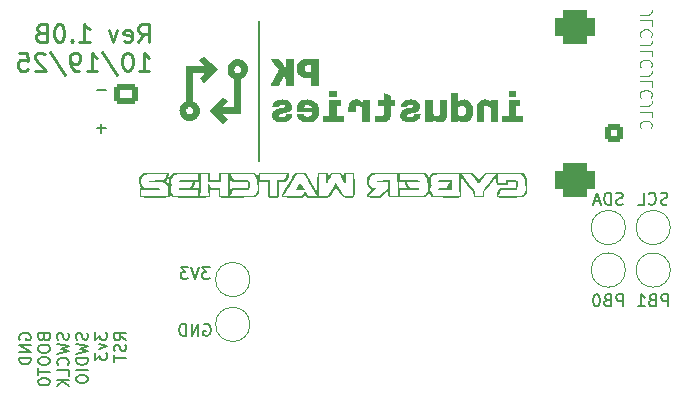
<source format=gbo>
G04 #@! TF.GenerationSoftware,KiCad,Pcbnew,9.0.1*
G04 #@! TF.CreationDate,2025-10-21T09:50:54-05:00*
G04 #@! TF.ProjectId,STM32 Cyber Watch,53544d33-3220-4437-9962-657220576174,rev?*
G04 #@! TF.SameCoordinates,Original*
G04 #@! TF.FileFunction,Legend,Bot*
G04 #@! TF.FilePolarity,Positive*
%FSLAX46Y46*%
G04 Gerber Fmt 4.6, Leading zero omitted, Abs format (unit mm)*
G04 Created by KiCad (PCBNEW 9.0.1) date 2025-10-21 09:50:54*
%MOMM*%
%LPD*%
G01*
G04 APERTURE LIST*
G04 Aperture macros list*
%AMRoundRect*
0 Rectangle with rounded corners*
0 $1 Rounding radius*
0 $2 $3 $4 $5 $6 $7 $8 $9 X,Y pos of 4 corners*
0 Add a 4 corners polygon primitive as box body*
4,1,4,$2,$3,$4,$5,$6,$7,$8,$9,$2,$3,0*
0 Add four circle primitives for the rounded corners*
1,1,$1+$1,$2,$3*
1,1,$1+$1,$4,$5*
1,1,$1+$1,$6,$7*
1,1,$1+$1,$8,$9*
0 Add four rect primitives between the rounded corners*
20,1,$1+$1,$2,$3,$4,$5,0*
20,1,$1+$1,$4,$5,$6,$7,0*
20,1,$1+$1,$6,$7,$8,$9,0*
20,1,$1+$1,$8,$9,$2,$3,0*%
G04 Aperture macros list end*
%ADD10C,0.100000*%
%ADD11C,0.200000*%
%ADD12C,0.250000*%
%ADD13C,0.150000*%
%ADD14C,0.120000*%
%ADD15C,0.000000*%
%ADD16O,2.000000X1.100000*%
%ADD17O,1.100000X1.700000*%
%ADD18O,1.800000X1.100000*%
%ADD19O,2.000000X1.700000*%
%ADD20RoundRect,0.250000X-0.750000X0.600000X-0.750000X-0.600000X0.750000X-0.600000X0.750000X0.600000X0*%
%ADD21C,2.500000*%
%ADD22RoundRect,0.725000X-0.975000X-0.725000X0.975000X-0.725000X0.975000X0.725000X-0.975000X0.725000X0*%
%ADD23C,1.524000*%
%ADD24RoundRect,0.250000X0.512000X-0.512000X0.512000X0.512000X-0.512000X0.512000X-0.512000X-0.512000X0*%
%ADD25C,1.800000*%
%ADD26R,1.700000X1.700000*%
%ADD27C,1.700000*%
G04 APERTURE END LIST*
D10*
X183672419Y-108189598D02*
X184386704Y-108189598D01*
X184386704Y-108189598D02*
X184529561Y-108141979D01*
X184529561Y-108141979D02*
X184624800Y-108046741D01*
X184624800Y-108046741D02*
X184672419Y-107903884D01*
X184672419Y-107903884D02*
X184672419Y-107808646D01*
X184672419Y-109141979D02*
X184672419Y-108665789D01*
X184672419Y-108665789D02*
X183672419Y-108665789D01*
X184577180Y-110046741D02*
X184624800Y-109999122D01*
X184624800Y-109999122D02*
X184672419Y-109856265D01*
X184672419Y-109856265D02*
X184672419Y-109761027D01*
X184672419Y-109761027D02*
X184624800Y-109618170D01*
X184624800Y-109618170D02*
X184529561Y-109522932D01*
X184529561Y-109522932D02*
X184434323Y-109475313D01*
X184434323Y-109475313D02*
X184243847Y-109427694D01*
X184243847Y-109427694D02*
X184100990Y-109427694D01*
X184100990Y-109427694D02*
X183910514Y-109475313D01*
X183910514Y-109475313D02*
X183815276Y-109522932D01*
X183815276Y-109522932D02*
X183720038Y-109618170D01*
X183720038Y-109618170D02*
X183672419Y-109761027D01*
X183672419Y-109761027D02*
X183672419Y-109856265D01*
X183672419Y-109856265D02*
X183720038Y-109999122D01*
X183720038Y-109999122D02*
X183767657Y-110046741D01*
X183672419Y-110761027D02*
X184386704Y-110761027D01*
X184386704Y-110761027D02*
X184529561Y-110713408D01*
X184529561Y-110713408D02*
X184624800Y-110618170D01*
X184624800Y-110618170D02*
X184672419Y-110475313D01*
X184672419Y-110475313D02*
X184672419Y-110380075D01*
X184672419Y-111713408D02*
X184672419Y-111237218D01*
X184672419Y-111237218D02*
X183672419Y-111237218D01*
X184577180Y-112618170D02*
X184624800Y-112570551D01*
X184624800Y-112570551D02*
X184672419Y-112427694D01*
X184672419Y-112427694D02*
X184672419Y-112332456D01*
X184672419Y-112332456D02*
X184624800Y-112189599D01*
X184624800Y-112189599D02*
X184529561Y-112094361D01*
X184529561Y-112094361D02*
X184434323Y-112046742D01*
X184434323Y-112046742D02*
X184243847Y-111999123D01*
X184243847Y-111999123D02*
X184100990Y-111999123D01*
X184100990Y-111999123D02*
X183910514Y-112046742D01*
X183910514Y-112046742D02*
X183815276Y-112094361D01*
X183815276Y-112094361D02*
X183720038Y-112189599D01*
X183720038Y-112189599D02*
X183672419Y-112332456D01*
X183672419Y-112332456D02*
X183672419Y-112427694D01*
X183672419Y-112427694D02*
X183720038Y-112570551D01*
X183720038Y-112570551D02*
X183767657Y-112618170D01*
X183672419Y-113332456D02*
X184386704Y-113332456D01*
X184386704Y-113332456D02*
X184529561Y-113284837D01*
X184529561Y-113284837D02*
X184624800Y-113189599D01*
X184624800Y-113189599D02*
X184672419Y-113046742D01*
X184672419Y-113046742D02*
X184672419Y-112951504D01*
X184672419Y-114284837D02*
X184672419Y-113808647D01*
X184672419Y-113808647D02*
X183672419Y-113808647D01*
X184577180Y-115189599D02*
X184624800Y-115141980D01*
X184624800Y-115141980D02*
X184672419Y-114999123D01*
X184672419Y-114999123D02*
X184672419Y-114903885D01*
X184672419Y-114903885D02*
X184624800Y-114761028D01*
X184624800Y-114761028D02*
X184529561Y-114665790D01*
X184529561Y-114665790D02*
X184434323Y-114618171D01*
X184434323Y-114618171D02*
X184243847Y-114570552D01*
X184243847Y-114570552D02*
X184100990Y-114570552D01*
X184100990Y-114570552D02*
X183910514Y-114618171D01*
X183910514Y-114618171D02*
X183815276Y-114665790D01*
X183815276Y-114665790D02*
X183720038Y-114761028D01*
X183720038Y-114761028D02*
X183672419Y-114903885D01*
X183672419Y-114903885D02*
X183672419Y-114999123D01*
X183672419Y-114999123D02*
X183720038Y-115141980D01*
X183720038Y-115141980D02*
X183767657Y-115189599D01*
X183672419Y-115903885D02*
X184386704Y-115903885D01*
X184386704Y-115903885D02*
X184529561Y-115856266D01*
X184529561Y-115856266D02*
X184624800Y-115761028D01*
X184624800Y-115761028D02*
X184672419Y-115618171D01*
X184672419Y-115618171D02*
X184672419Y-115522933D01*
X184672419Y-116856266D02*
X184672419Y-116380076D01*
X184672419Y-116380076D02*
X183672419Y-116380076D01*
X184577180Y-117761028D02*
X184624800Y-117713409D01*
X184624800Y-117713409D02*
X184672419Y-117570552D01*
X184672419Y-117570552D02*
X184672419Y-117475314D01*
X184672419Y-117475314D02*
X184624800Y-117332457D01*
X184624800Y-117332457D02*
X184529561Y-117237219D01*
X184529561Y-117237219D02*
X184434323Y-117189600D01*
X184434323Y-117189600D02*
X184243847Y-117141981D01*
X184243847Y-117141981D02*
X184100990Y-117141981D01*
X184100990Y-117141981D02*
X183910514Y-117189600D01*
X183910514Y-117189600D02*
X183815276Y-117237219D01*
X183815276Y-117237219D02*
X183720038Y-117332457D01*
X183720038Y-117332457D02*
X183672419Y-117475314D01*
X183672419Y-117475314D02*
X183672419Y-117570552D01*
X183672419Y-117570552D02*
X183720038Y-117713409D01*
X183720038Y-117713409D02*
X183767657Y-117761028D01*
D11*
X131165118Y-135693482D02*
X131117499Y-135598244D01*
X131117499Y-135598244D02*
X131117499Y-135455387D01*
X131117499Y-135455387D02*
X131165118Y-135312530D01*
X131165118Y-135312530D02*
X131260356Y-135217292D01*
X131260356Y-135217292D02*
X131355594Y-135169673D01*
X131355594Y-135169673D02*
X131546070Y-135122054D01*
X131546070Y-135122054D02*
X131688927Y-135122054D01*
X131688927Y-135122054D02*
X131879403Y-135169673D01*
X131879403Y-135169673D02*
X131974641Y-135217292D01*
X131974641Y-135217292D02*
X132069880Y-135312530D01*
X132069880Y-135312530D02*
X132117499Y-135455387D01*
X132117499Y-135455387D02*
X132117499Y-135550625D01*
X132117499Y-135550625D02*
X132069880Y-135693482D01*
X132069880Y-135693482D02*
X132022260Y-135741101D01*
X132022260Y-135741101D02*
X131688927Y-135741101D01*
X131688927Y-135741101D02*
X131688927Y-135550625D01*
X132117499Y-136169673D02*
X131117499Y-136169673D01*
X131117499Y-136169673D02*
X132117499Y-136741101D01*
X132117499Y-136741101D02*
X131117499Y-136741101D01*
X132117499Y-137217292D02*
X131117499Y-137217292D01*
X131117499Y-137217292D02*
X131117499Y-137455387D01*
X131117499Y-137455387D02*
X131165118Y-137598244D01*
X131165118Y-137598244D02*
X131260356Y-137693482D01*
X131260356Y-137693482D02*
X131355594Y-137741101D01*
X131355594Y-137741101D02*
X131546070Y-137788720D01*
X131546070Y-137788720D02*
X131688927Y-137788720D01*
X131688927Y-137788720D02*
X131879403Y-137741101D01*
X131879403Y-137741101D02*
X131974641Y-137693482D01*
X131974641Y-137693482D02*
X132069880Y-137598244D01*
X132069880Y-137598244D02*
X132117499Y-137455387D01*
X132117499Y-137455387D02*
X132117499Y-137217292D01*
X133203633Y-135503006D02*
X133251252Y-135645863D01*
X133251252Y-135645863D02*
X133298871Y-135693482D01*
X133298871Y-135693482D02*
X133394109Y-135741101D01*
X133394109Y-135741101D02*
X133536966Y-135741101D01*
X133536966Y-135741101D02*
X133632204Y-135693482D01*
X133632204Y-135693482D02*
X133679824Y-135645863D01*
X133679824Y-135645863D02*
X133727443Y-135550625D01*
X133727443Y-135550625D02*
X133727443Y-135169673D01*
X133727443Y-135169673D02*
X132727443Y-135169673D01*
X132727443Y-135169673D02*
X132727443Y-135503006D01*
X132727443Y-135503006D02*
X132775062Y-135598244D01*
X132775062Y-135598244D02*
X132822681Y-135645863D01*
X132822681Y-135645863D02*
X132917919Y-135693482D01*
X132917919Y-135693482D02*
X133013157Y-135693482D01*
X133013157Y-135693482D02*
X133108395Y-135645863D01*
X133108395Y-135645863D02*
X133156014Y-135598244D01*
X133156014Y-135598244D02*
X133203633Y-135503006D01*
X133203633Y-135503006D02*
X133203633Y-135169673D01*
X132727443Y-136360149D02*
X132727443Y-136550625D01*
X132727443Y-136550625D02*
X132775062Y-136645863D01*
X132775062Y-136645863D02*
X132870300Y-136741101D01*
X132870300Y-136741101D02*
X133060776Y-136788720D01*
X133060776Y-136788720D02*
X133394109Y-136788720D01*
X133394109Y-136788720D02*
X133584585Y-136741101D01*
X133584585Y-136741101D02*
X133679824Y-136645863D01*
X133679824Y-136645863D02*
X133727443Y-136550625D01*
X133727443Y-136550625D02*
X133727443Y-136360149D01*
X133727443Y-136360149D02*
X133679824Y-136264911D01*
X133679824Y-136264911D02*
X133584585Y-136169673D01*
X133584585Y-136169673D02*
X133394109Y-136122054D01*
X133394109Y-136122054D02*
X133060776Y-136122054D01*
X133060776Y-136122054D02*
X132870300Y-136169673D01*
X132870300Y-136169673D02*
X132775062Y-136264911D01*
X132775062Y-136264911D02*
X132727443Y-136360149D01*
X132727443Y-137407768D02*
X132727443Y-137598244D01*
X132727443Y-137598244D02*
X132775062Y-137693482D01*
X132775062Y-137693482D02*
X132870300Y-137788720D01*
X132870300Y-137788720D02*
X133060776Y-137836339D01*
X133060776Y-137836339D02*
X133394109Y-137836339D01*
X133394109Y-137836339D02*
X133584585Y-137788720D01*
X133584585Y-137788720D02*
X133679824Y-137693482D01*
X133679824Y-137693482D02*
X133727443Y-137598244D01*
X133727443Y-137598244D02*
X133727443Y-137407768D01*
X133727443Y-137407768D02*
X133679824Y-137312530D01*
X133679824Y-137312530D02*
X133584585Y-137217292D01*
X133584585Y-137217292D02*
X133394109Y-137169673D01*
X133394109Y-137169673D02*
X133060776Y-137169673D01*
X133060776Y-137169673D02*
X132870300Y-137217292D01*
X132870300Y-137217292D02*
X132775062Y-137312530D01*
X132775062Y-137312530D02*
X132727443Y-137407768D01*
X132727443Y-138122054D02*
X132727443Y-138693482D01*
X133727443Y-138407768D02*
X132727443Y-138407768D01*
X132727443Y-139217292D02*
X132727443Y-139312530D01*
X132727443Y-139312530D02*
X132775062Y-139407768D01*
X132775062Y-139407768D02*
X132822681Y-139455387D01*
X132822681Y-139455387D02*
X132917919Y-139503006D01*
X132917919Y-139503006D02*
X133108395Y-139550625D01*
X133108395Y-139550625D02*
X133346490Y-139550625D01*
X133346490Y-139550625D02*
X133536966Y-139503006D01*
X133536966Y-139503006D02*
X133632204Y-139455387D01*
X133632204Y-139455387D02*
X133679824Y-139407768D01*
X133679824Y-139407768D02*
X133727443Y-139312530D01*
X133727443Y-139312530D02*
X133727443Y-139217292D01*
X133727443Y-139217292D02*
X133679824Y-139122054D01*
X133679824Y-139122054D02*
X133632204Y-139074435D01*
X133632204Y-139074435D02*
X133536966Y-139026816D01*
X133536966Y-139026816D02*
X133346490Y-138979197D01*
X133346490Y-138979197D02*
X133108395Y-138979197D01*
X133108395Y-138979197D02*
X132917919Y-139026816D01*
X132917919Y-139026816D02*
X132822681Y-139074435D01*
X132822681Y-139074435D02*
X132775062Y-139122054D01*
X132775062Y-139122054D02*
X132727443Y-139217292D01*
X135289768Y-135122054D02*
X135337387Y-135264911D01*
X135337387Y-135264911D02*
X135337387Y-135503006D01*
X135337387Y-135503006D02*
X135289768Y-135598244D01*
X135289768Y-135598244D02*
X135242148Y-135645863D01*
X135242148Y-135645863D02*
X135146910Y-135693482D01*
X135146910Y-135693482D02*
X135051672Y-135693482D01*
X135051672Y-135693482D02*
X134956434Y-135645863D01*
X134956434Y-135645863D02*
X134908815Y-135598244D01*
X134908815Y-135598244D02*
X134861196Y-135503006D01*
X134861196Y-135503006D02*
X134813577Y-135312530D01*
X134813577Y-135312530D02*
X134765958Y-135217292D01*
X134765958Y-135217292D02*
X134718339Y-135169673D01*
X134718339Y-135169673D02*
X134623101Y-135122054D01*
X134623101Y-135122054D02*
X134527863Y-135122054D01*
X134527863Y-135122054D02*
X134432625Y-135169673D01*
X134432625Y-135169673D02*
X134385006Y-135217292D01*
X134385006Y-135217292D02*
X134337387Y-135312530D01*
X134337387Y-135312530D02*
X134337387Y-135550625D01*
X134337387Y-135550625D02*
X134385006Y-135693482D01*
X134337387Y-136026816D02*
X135337387Y-136264911D01*
X135337387Y-136264911D02*
X134623101Y-136455387D01*
X134623101Y-136455387D02*
X135337387Y-136645863D01*
X135337387Y-136645863D02*
X134337387Y-136883959D01*
X135242148Y-137836339D02*
X135289768Y-137788720D01*
X135289768Y-137788720D02*
X135337387Y-137645863D01*
X135337387Y-137645863D02*
X135337387Y-137550625D01*
X135337387Y-137550625D02*
X135289768Y-137407768D01*
X135289768Y-137407768D02*
X135194529Y-137312530D01*
X135194529Y-137312530D02*
X135099291Y-137264911D01*
X135099291Y-137264911D02*
X134908815Y-137217292D01*
X134908815Y-137217292D02*
X134765958Y-137217292D01*
X134765958Y-137217292D02*
X134575482Y-137264911D01*
X134575482Y-137264911D02*
X134480244Y-137312530D01*
X134480244Y-137312530D02*
X134385006Y-137407768D01*
X134385006Y-137407768D02*
X134337387Y-137550625D01*
X134337387Y-137550625D02*
X134337387Y-137645863D01*
X134337387Y-137645863D02*
X134385006Y-137788720D01*
X134385006Y-137788720D02*
X134432625Y-137836339D01*
X135337387Y-138741101D02*
X135337387Y-138264911D01*
X135337387Y-138264911D02*
X134337387Y-138264911D01*
X135337387Y-139074435D02*
X134337387Y-139074435D01*
X135337387Y-139645863D02*
X134765958Y-139217292D01*
X134337387Y-139645863D02*
X134908815Y-139074435D01*
X136899712Y-135122054D02*
X136947331Y-135264911D01*
X136947331Y-135264911D02*
X136947331Y-135503006D01*
X136947331Y-135503006D02*
X136899712Y-135598244D01*
X136899712Y-135598244D02*
X136852092Y-135645863D01*
X136852092Y-135645863D02*
X136756854Y-135693482D01*
X136756854Y-135693482D02*
X136661616Y-135693482D01*
X136661616Y-135693482D02*
X136566378Y-135645863D01*
X136566378Y-135645863D02*
X136518759Y-135598244D01*
X136518759Y-135598244D02*
X136471140Y-135503006D01*
X136471140Y-135503006D02*
X136423521Y-135312530D01*
X136423521Y-135312530D02*
X136375902Y-135217292D01*
X136375902Y-135217292D02*
X136328283Y-135169673D01*
X136328283Y-135169673D02*
X136233045Y-135122054D01*
X136233045Y-135122054D02*
X136137807Y-135122054D01*
X136137807Y-135122054D02*
X136042569Y-135169673D01*
X136042569Y-135169673D02*
X135994950Y-135217292D01*
X135994950Y-135217292D02*
X135947331Y-135312530D01*
X135947331Y-135312530D02*
X135947331Y-135550625D01*
X135947331Y-135550625D02*
X135994950Y-135693482D01*
X135947331Y-136026816D02*
X136947331Y-136264911D01*
X136947331Y-136264911D02*
X136233045Y-136455387D01*
X136233045Y-136455387D02*
X136947331Y-136645863D01*
X136947331Y-136645863D02*
X135947331Y-136883959D01*
X136947331Y-137264911D02*
X135947331Y-137264911D01*
X135947331Y-137264911D02*
X135947331Y-137503006D01*
X135947331Y-137503006D02*
X135994950Y-137645863D01*
X135994950Y-137645863D02*
X136090188Y-137741101D01*
X136090188Y-137741101D02*
X136185426Y-137788720D01*
X136185426Y-137788720D02*
X136375902Y-137836339D01*
X136375902Y-137836339D02*
X136518759Y-137836339D01*
X136518759Y-137836339D02*
X136709235Y-137788720D01*
X136709235Y-137788720D02*
X136804473Y-137741101D01*
X136804473Y-137741101D02*
X136899712Y-137645863D01*
X136899712Y-137645863D02*
X136947331Y-137503006D01*
X136947331Y-137503006D02*
X136947331Y-137264911D01*
X136947331Y-138264911D02*
X135947331Y-138264911D01*
X135947331Y-138931577D02*
X135947331Y-139122053D01*
X135947331Y-139122053D02*
X135994950Y-139217291D01*
X135994950Y-139217291D02*
X136090188Y-139312529D01*
X136090188Y-139312529D02*
X136280664Y-139360148D01*
X136280664Y-139360148D02*
X136613997Y-139360148D01*
X136613997Y-139360148D02*
X136804473Y-139312529D01*
X136804473Y-139312529D02*
X136899712Y-139217291D01*
X136899712Y-139217291D02*
X136947331Y-139122053D01*
X136947331Y-139122053D02*
X136947331Y-138931577D01*
X136947331Y-138931577D02*
X136899712Y-138836339D01*
X136899712Y-138836339D02*
X136804473Y-138741101D01*
X136804473Y-138741101D02*
X136613997Y-138693482D01*
X136613997Y-138693482D02*
X136280664Y-138693482D01*
X136280664Y-138693482D02*
X136090188Y-138741101D01*
X136090188Y-138741101D02*
X135994950Y-138836339D01*
X135994950Y-138836339D02*
X135947331Y-138931577D01*
X137557275Y-135074435D02*
X137557275Y-135693482D01*
X137557275Y-135693482D02*
X137938227Y-135360149D01*
X137938227Y-135360149D02*
X137938227Y-135503006D01*
X137938227Y-135503006D02*
X137985846Y-135598244D01*
X137985846Y-135598244D02*
X138033465Y-135645863D01*
X138033465Y-135645863D02*
X138128703Y-135693482D01*
X138128703Y-135693482D02*
X138366798Y-135693482D01*
X138366798Y-135693482D02*
X138462036Y-135645863D01*
X138462036Y-135645863D02*
X138509656Y-135598244D01*
X138509656Y-135598244D02*
X138557275Y-135503006D01*
X138557275Y-135503006D02*
X138557275Y-135217292D01*
X138557275Y-135217292D02*
X138509656Y-135122054D01*
X138509656Y-135122054D02*
X138462036Y-135074435D01*
X137890608Y-136026816D02*
X138557275Y-136264911D01*
X138557275Y-136264911D02*
X137890608Y-136503006D01*
X137557275Y-136788721D02*
X137557275Y-137407768D01*
X137557275Y-137407768D02*
X137938227Y-137074435D01*
X137938227Y-137074435D02*
X137938227Y-137217292D01*
X137938227Y-137217292D02*
X137985846Y-137312530D01*
X137985846Y-137312530D02*
X138033465Y-137360149D01*
X138033465Y-137360149D02*
X138128703Y-137407768D01*
X138128703Y-137407768D02*
X138366798Y-137407768D01*
X138366798Y-137407768D02*
X138462036Y-137360149D01*
X138462036Y-137360149D02*
X138509656Y-137312530D01*
X138509656Y-137312530D02*
X138557275Y-137217292D01*
X138557275Y-137217292D02*
X138557275Y-136931578D01*
X138557275Y-136931578D02*
X138509656Y-136836340D01*
X138509656Y-136836340D02*
X138462036Y-136788721D01*
X140167219Y-135741101D02*
X139691028Y-135407768D01*
X140167219Y-135169673D02*
X139167219Y-135169673D01*
X139167219Y-135169673D02*
X139167219Y-135550625D01*
X139167219Y-135550625D02*
X139214838Y-135645863D01*
X139214838Y-135645863D02*
X139262457Y-135693482D01*
X139262457Y-135693482D02*
X139357695Y-135741101D01*
X139357695Y-135741101D02*
X139500552Y-135741101D01*
X139500552Y-135741101D02*
X139595790Y-135693482D01*
X139595790Y-135693482D02*
X139643409Y-135645863D01*
X139643409Y-135645863D02*
X139691028Y-135550625D01*
X139691028Y-135550625D02*
X139691028Y-135169673D01*
X140119600Y-136122054D02*
X140167219Y-136264911D01*
X140167219Y-136264911D02*
X140167219Y-136503006D01*
X140167219Y-136503006D02*
X140119600Y-136598244D01*
X140119600Y-136598244D02*
X140071980Y-136645863D01*
X140071980Y-136645863D02*
X139976742Y-136693482D01*
X139976742Y-136693482D02*
X139881504Y-136693482D01*
X139881504Y-136693482D02*
X139786266Y-136645863D01*
X139786266Y-136645863D02*
X139738647Y-136598244D01*
X139738647Y-136598244D02*
X139691028Y-136503006D01*
X139691028Y-136503006D02*
X139643409Y-136312530D01*
X139643409Y-136312530D02*
X139595790Y-136217292D01*
X139595790Y-136217292D02*
X139548171Y-136169673D01*
X139548171Y-136169673D02*
X139452933Y-136122054D01*
X139452933Y-136122054D02*
X139357695Y-136122054D01*
X139357695Y-136122054D02*
X139262457Y-136169673D01*
X139262457Y-136169673D02*
X139214838Y-136217292D01*
X139214838Y-136217292D02*
X139167219Y-136312530D01*
X139167219Y-136312530D02*
X139167219Y-136550625D01*
X139167219Y-136550625D02*
X139214838Y-136693482D01*
X139167219Y-136979197D02*
X139167219Y-137550625D01*
X140167219Y-137264911D02*
X139167219Y-137264911D01*
D12*
X141221241Y-110488512D02*
X141721241Y-109774226D01*
X142078384Y-110488512D02*
X142078384Y-108988512D01*
X142078384Y-108988512D02*
X141506955Y-108988512D01*
X141506955Y-108988512D02*
X141364098Y-109059941D01*
X141364098Y-109059941D02*
X141292669Y-109131369D01*
X141292669Y-109131369D02*
X141221241Y-109274226D01*
X141221241Y-109274226D02*
X141221241Y-109488512D01*
X141221241Y-109488512D02*
X141292669Y-109631369D01*
X141292669Y-109631369D02*
X141364098Y-109702798D01*
X141364098Y-109702798D02*
X141506955Y-109774226D01*
X141506955Y-109774226D02*
X142078384Y-109774226D01*
X140006955Y-110417084D02*
X140149812Y-110488512D01*
X140149812Y-110488512D02*
X140435527Y-110488512D01*
X140435527Y-110488512D02*
X140578384Y-110417084D01*
X140578384Y-110417084D02*
X140649812Y-110274226D01*
X140649812Y-110274226D02*
X140649812Y-109702798D01*
X140649812Y-109702798D02*
X140578384Y-109559941D01*
X140578384Y-109559941D02*
X140435527Y-109488512D01*
X140435527Y-109488512D02*
X140149812Y-109488512D01*
X140149812Y-109488512D02*
X140006955Y-109559941D01*
X140006955Y-109559941D02*
X139935527Y-109702798D01*
X139935527Y-109702798D02*
X139935527Y-109845655D01*
X139935527Y-109845655D02*
X140649812Y-109988512D01*
X139435527Y-109488512D02*
X139078384Y-110488512D01*
X139078384Y-110488512D02*
X138721241Y-109488512D01*
X136221241Y-110488512D02*
X137078384Y-110488512D01*
X136649813Y-110488512D02*
X136649813Y-108988512D01*
X136649813Y-108988512D02*
X136792670Y-109202798D01*
X136792670Y-109202798D02*
X136935527Y-109345655D01*
X136935527Y-109345655D02*
X137078384Y-109417084D01*
X135578385Y-110345655D02*
X135506956Y-110417084D01*
X135506956Y-110417084D02*
X135578385Y-110488512D01*
X135578385Y-110488512D02*
X135649813Y-110417084D01*
X135649813Y-110417084D02*
X135578385Y-110345655D01*
X135578385Y-110345655D02*
X135578385Y-110488512D01*
X134578384Y-108988512D02*
X134435527Y-108988512D01*
X134435527Y-108988512D02*
X134292670Y-109059941D01*
X134292670Y-109059941D02*
X134221242Y-109131369D01*
X134221242Y-109131369D02*
X134149813Y-109274226D01*
X134149813Y-109274226D02*
X134078384Y-109559941D01*
X134078384Y-109559941D02*
X134078384Y-109917084D01*
X134078384Y-109917084D02*
X134149813Y-110202798D01*
X134149813Y-110202798D02*
X134221242Y-110345655D01*
X134221242Y-110345655D02*
X134292670Y-110417084D01*
X134292670Y-110417084D02*
X134435527Y-110488512D01*
X134435527Y-110488512D02*
X134578384Y-110488512D01*
X134578384Y-110488512D02*
X134721242Y-110417084D01*
X134721242Y-110417084D02*
X134792670Y-110345655D01*
X134792670Y-110345655D02*
X134864099Y-110202798D01*
X134864099Y-110202798D02*
X134935527Y-109917084D01*
X134935527Y-109917084D02*
X134935527Y-109559941D01*
X134935527Y-109559941D02*
X134864099Y-109274226D01*
X134864099Y-109274226D02*
X134792670Y-109131369D01*
X134792670Y-109131369D02*
X134721242Y-109059941D01*
X134721242Y-109059941D02*
X134578384Y-108988512D01*
X132935528Y-109702798D02*
X132721242Y-109774226D01*
X132721242Y-109774226D02*
X132649813Y-109845655D01*
X132649813Y-109845655D02*
X132578385Y-109988512D01*
X132578385Y-109988512D02*
X132578385Y-110202798D01*
X132578385Y-110202798D02*
X132649813Y-110345655D01*
X132649813Y-110345655D02*
X132721242Y-110417084D01*
X132721242Y-110417084D02*
X132864099Y-110488512D01*
X132864099Y-110488512D02*
X133435528Y-110488512D01*
X133435528Y-110488512D02*
X133435528Y-108988512D01*
X133435528Y-108988512D02*
X132935528Y-108988512D01*
X132935528Y-108988512D02*
X132792671Y-109059941D01*
X132792671Y-109059941D02*
X132721242Y-109131369D01*
X132721242Y-109131369D02*
X132649813Y-109274226D01*
X132649813Y-109274226D02*
X132649813Y-109417084D01*
X132649813Y-109417084D02*
X132721242Y-109559941D01*
X132721242Y-109559941D02*
X132792671Y-109631369D01*
X132792671Y-109631369D02*
X132935528Y-109702798D01*
X132935528Y-109702798D02*
X133435528Y-109702798D01*
X141292669Y-112903428D02*
X142149812Y-112903428D01*
X141721241Y-112903428D02*
X141721241Y-111403428D01*
X141721241Y-111403428D02*
X141864098Y-111617714D01*
X141864098Y-111617714D02*
X142006955Y-111760571D01*
X142006955Y-111760571D02*
X142149812Y-111832000D01*
X140364098Y-111403428D02*
X140221241Y-111403428D01*
X140221241Y-111403428D02*
X140078384Y-111474857D01*
X140078384Y-111474857D02*
X140006956Y-111546285D01*
X140006956Y-111546285D02*
X139935527Y-111689142D01*
X139935527Y-111689142D02*
X139864098Y-111974857D01*
X139864098Y-111974857D02*
X139864098Y-112332000D01*
X139864098Y-112332000D02*
X139935527Y-112617714D01*
X139935527Y-112617714D02*
X140006956Y-112760571D01*
X140006956Y-112760571D02*
X140078384Y-112832000D01*
X140078384Y-112832000D02*
X140221241Y-112903428D01*
X140221241Y-112903428D02*
X140364098Y-112903428D01*
X140364098Y-112903428D02*
X140506956Y-112832000D01*
X140506956Y-112832000D02*
X140578384Y-112760571D01*
X140578384Y-112760571D02*
X140649813Y-112617714D01*
X140649813Y-112617714D02*
X140721241Y-112332000D01*
X140721241Y-112332000D02*
X140721241Y-111974857D01*
X140721241Y-111974857D02*
X140649813Y-111689142D01*
X140649813Y-111689142D02*
X140578384Y-111546285D01*
X140578384Y-111546285D02*
X140506956Y-111474857D01*
X140506956Y-111474857D02*
X140364098Y-111403428D01*
X138149813Y-111332000D02*
X139435527Y-113260571D01*
X136864098Y-112903428D02*
X137721241Y-112903428D01*
X137292670Y-112903428D02*
X137292670Y-111403428D01*
X137292670Y-111403428D02*
X137435527Y-111617714D01*
X137435527Y-111617714D02*
X137578384Y-111760571D01*
X137578384Y-111760571D02*
X137721241Y-111832000D01*
X136149813Y-112903428D02*
X135864099Y-112903428D01*
X135864099Y-112903428D02*
X135721242Y-112832000D01*
X135721242Y-112832000D02*
X135649813Y-112760571D01*
X135649813Y-112760571D02*
X135506956Y-112546285D01*
X135506956Y-112546285D02*
X135435527Y-112260571D01*
X135435527Y-112260571D02*
X135435527Y-111689142D01*
X135435527Y-111689142D02*
X135506956Y-111546285D01*
X135506956Y-111546285D02*
X135578385Y-111474857D01*
X135578385Y-111474857D02*
X135721242Y-111403428D01*
X135721242Y-111403428D02*
X136006956Y-111403428D01*
X136006956Y-111403428D02*
X136149813Y-111474857D01*
X136149813Y-111474857D02*
X136221242Y-111546285D01*
X136221242Y-111546285D02*
X136292670Y-111689142D01*
X136292670Y-111689142D02*
X136292670Y-112046285D01*
X136292670Y-112046285D02*
X136221242Y-112189142D01*
X136221242Y-112189142D02*
X136149813Y-112260571D01*
X136149813Y-112260571D02*
X136006956Y-112332000D01*
X136006956Y-112332000D02*
X135721242Y-112332000D01*
X135721242Y-112332000D02*
X135578385Y-112260571D01*
X135578385Y-112260571D02*
X135506956Y-112189142D01*
X135506956Y-112189142D02*
X135435527Y-112046285D01*
X133721242Y-111332000D02*
X135006956Y-113260571D01*
X133292670Y-111546285D02*
X133221242Y-111474857D01*
X133221242Y-111474857D02*
X133078385Y-111403428D01*
X133078385Y-111403428D02*
X132721242Y-111403428D01*
X132721242Y-111403428D02*
X132578385Y-111474857D01*
X132578385Y-111474857D02*
X132506956Y-111546285D01*
X132506956Y-111546285D02*
X132435527Y-111689142D01*
X132435527Y-111689142D02*
X132435527Y-111832000D01*
X132435527Y-111832000D02*
X132506956Y-112046285D01*
X132506956Y-112046285D02*
X133364099Y-112903428D01*
X133364099Y-112903428D02*
X132435527Y-112903428D01*
X131078385Y-111403428D02*
X131792671Y-111403428D01*
X131792671Y-111403428D02*
X131864099Y-112117714D01*
X131864099Y-112117714D02*
X131792671Y-112046285D01*
X131792671Y-112046285D02*
X131649814Y-111974857D01*
X131649814Y-111974857D02*
X131292671Y-111974857D01*
X131292671Y-111974857D02*
X131149814Y-112046285D01*
X131149814Y-112046285D02*
X131078385Y-112117714D01*
X131078385Y-112117714D02*
X131006956Y-112260571D01*
X131006956Y-112260571D02*
X131006956Y-112617714D01*
X131006956Y-112617714D02*
X131078385Y-112760571D01*
X131078385Y-112760571D02*
X131149814Y-112832000D01*
X131149814Y-112832000D02*
X131292671Y-112903428D01*
X131292671Y-112903428D02*
X131649814Y-112903428D01*
X131649814Y-112903428D02*
X131792671Y-112832000D01*
X131792671Y-112832000D02*
X131864099Y-112760571D01*
D11*
X138430326Y-114566378D02*
X137668422Y-114566378D01*
X138430326Y-117786266D02*
X137668422Y-117786266D01*
X138049374Y-118167219D02*
X138049374Y-117405314D01*
D13*
X185990475Y-124207200D02*
X185847618Y-124254819D01*
X185847618Y-124254819D02*
X185609523Y-124254819D01*
X185609523Y-124254819D02*
X185514285Y-124207200D01*
X185514285Y-124207200D02*
X185466666Y-124159580D01*
X185466666Y-124159580D02*
X185419047Y-124064342D01*
X185419047Y-124064342D02*
X185419047Y-123969104D01*
X185419047Y-123969104D02*
X185466666Y-123873866D01*
X185466666Y-123873866D02*
X185514285Y-123826247D01*
X185514285Y-123826247D02*
X185609523Y-123778628D01*
X185609523Y-123778628D02*
X185799999Y-123731009D01*
X185799999Y-123731009D02*
X185895237Y-123683390D01*
X185895237Y-123683390D02*
X185942856Y-123635771D01*
X185942856Y-123635771D02*
X185990475Y-123540533D01*
X185990475Y-123540533D02*
X185990475Y-123445295D01*
X185990475Y-123445295D02*
X185942856Y-123350057D01*
X185942856Y-123350057D02*
X185895237Y-123302438D01*
X185895237Y-123302438D02*
X185799999Y-123254819D01*
X185799999Y-123254819D02*
X185561904Y-123254819D01*
X185561904Y-123254819D02*
X185419047Y-123302438D01*
X184419047Y-124159580D02*
X184466666Y-124207200D01*
X184466666Y-124207200D02*
X184609523Y-124254819D01*
X184609523Y-124254819D02*
X184704761Y-124254819D01*
X184704761Y-124254819D02*
X184847618Y-124207200D01*
X184847618Y-124207200D02*
X184942856Y-124111961D01*
X184942856Y-124111961D02*
X184990475Y-124016723D01*
X184990475Y-124016723D02*
X185038094Y-123826247D01*
X185038094Y-123826247D02*
X185038094Y-123683390D01*
X185038094Y-123683390D02*
X184990475Y-123492914D01*
X184990475Y-123492914D02*
X184942856Y-123397676D01*
X184942856Y-123397676D02*
X184847618Y-123302438D01*
X184847618Y-123302438D02*
X184704761Y-123254819D01*
X184704761Y-123254819D02*
X184609523Y-123254819D01*
X184609523Y-123254819D02*
X184466666Y-123302438D01*
X184466666Y-123302438D02*
X184419047Y-123350057D01*
X183514285Y-124254819D02*
X183990475Y-124254819D01*
X183990475Y-124254819D02*
X183990475Y-123254819D01*
X182214285Y-124207200D02*
X182071428Y-124254819D01*
X182071428Y-124254819D02*
X181833333Y-124254819D01*
X181833333Y-124254819D02*
X181738095Y-124207200D01*
X181738095Y-124207200D02*
X181690476Y-124159580D01*
X181690476Y-124159580D02*
X181642857Y-124064342D01*
X181642857Y-124064342D02*
X181642857Y-123969104D01*
X181642857Y-123969104D02*
X181690476Y-123873866D01*
X181690476Y-123873866D02*
X181738095Y-123826247D01*
X181738095Y-123826247D02*
X181833333Y-123778628D01*
X181833333Y-123778628D02*
X182023809Y-123731009D01*
X182023809Y-123731009D02*
X182119047Y-123683390D01*
X182119047Y-123683390D02*
X182166666Y-123635771D01*
X182166666Y-123635771D02*
X182214285Y-123540533D01*
X182214285Y-123540533D02*
X182214285Y-123445295D01*
X182214285Y-123445295D02*
X182166666Y-123350057D01*
X182166666Y-123350057D02*
X182119047Y-123302438D01*
X182119047Y-123302438D02*
X182023809Y-123254819D01*
X182023809Y-123254819D02*
X181785714Y-123254819D01*
X181785714Y-123254819D02*
X181642857Y-123302438D01*
X181214285Y-124254819D02*
X181214285Y-123254819D01*
X181214285Y-123254819D02*
X180976190Y-123254819D01*
X180976190Y-123254819D02*
X180833333Y-123302438D01*
X180833333Y-123302438D02*
X180738095Y-123397676D01*
X180738095Y-123397676D02*
X180690476Y-123492914D01*
X180690476Y-123492914D02*
X180642857Y-123683390D01*
X180642857Y-123683390D02*
X180642857Y-123826247D01*
X180642857Y-123826247D02*
X180690476Y-124016723D01*
X180690476Y-124016723D02*
X180738095Y-124111961D01*
X180738095Y-124111961D02*
X180833333Y-124207200D01*
X180833333Y-124207200D02*
X180976190Y-124254819D01*
X180976190Y-124254819D02*
X181214285Y-124254819D01*
X180261904Y-123969104D02*
X179785714Y-123969104D01*
X180357142Y-124254819D02*
X180023809Y-123254819D01*
X180023809Y-123254819D02*
X179690476Y-124254819D01*
X182238094Y-132854819D02*
X182238094Y-131854819D01*
X182238094Y-131854819D02*
X181857142Y-131854819D01*
X181857142Y-131854819D02*
X181761904Y-131902438D01*
X181761904Y-131902438D02*
X181714285Y-131950057D01*
X181714285Y-131950057D02*
X181666666Y-132045295D01*
X181666666Y-132045295D02*
X181666666Y-132188152D01*
X181666666Y-132188152D02*
X181714285Y-132283390D01*
X181714285Y-132283390D02*
X181761904Y-132331009D01*
X181761904Y-132331009D02*
X181857142Y-132378628D01*
X181857142Y-132378628D02*
X182238094Y-132378628D01*
X180904761Y-132331009D02*
X180761904Y-132378628D01*
X180761904Y-132378628D02*
X180714285Y-132426247D01*
X180714285Y-132426247D02*
X180666666Y-132521485D01*
X180666666Y-132521485D02*
X180666666Y-132664342D01*
X180666666Y-132664342D02*
X180714285Y-132759580D01*
X180714285Y-132759580D02*
X180761904Y-132807200D01*
X180761904Y-132807200D02*
X180857142Y-132854819D01*
X180857142Y-132854819D02*
X181238094Y-132854819D01*
X181238094Y-132854819D02*
X181238094Y-131854819D01*
X181238094Y-131854819D02*
X180904761Y-131854819D01*
X180904761Y-131854819D02*
X180809523Y-131902438D01*
X180809523Y-131902438D02*
X180761904Y-131950057D01*
X180761904Y-131950057D02*
X180714285Y-132045295D01*
X180714285Y-132045295D02*
X180714285Y-132140533D01*
X180714285Y-132140533D02*
X180761904Y-132235771D01*
X180761904Y-132235771D02*
X180809523Y-132283390D01*
X180809523Y-132283390D02*
X180904761Y-132331009D01*
X180904761Y-132331009D02*
X181238094Y-132331009D01*
X180047618Y-131854819D02*
X179952380Y-131854819D01*
X179952380Y-131854819D02*
X179857142Y-131902438D01*
X179857142Y-131902438D02*
X179809523Y-131950057D01*
X179809523Y-131950057D02*
X179761904Y-132045295D01*
X179761904Y-132045295D02*
X179714285Y-132235771D01*
X179714285Y-132235771D02*
X179714285Y-132473866D01*
X179714285Y-132473866D02*
X179761904Y-132664342D01*
X179761904Y-132664342D02*
X179809523Y-132759580D01*
X179809523Y-132759580D02*
X179857142Y-132807200D01*
X179857142Y-132807200D02*
X179952380Y-132854819D01*
X179952380Y-132854819D02*
X180047618Y-132854819D01*
X180047618Y-132854819D02*
X180142856Y-132807200D01*
X180142856Y-132807200D02*
X180190475Y-132759580D01*
X180190475Y-132759580D02*
X180238094Y-132664342D01*
X180238094Y-132664342D02*
X180285713Y-132473866D01*
X180285713Y-132473866D02*
X180285713Y-132235771D01*
X180285713Y-132235771D02*
X180238094Y-132045295D01*
X180238094Y-132045295D02*
X180190475Y-131950057D01*
X180190475Y-131950057D02*
X180142856Y-131902438D01*
X180142856Y-131902438D02*
X180047618Y-131854819D01*
X186038094Y-132854819D02*
X186038094Y-131854819D01*
X186038094Y-131854819D02*
X185657142Y-131854819D01*
X185657142Y-131854819D02*
X185561904Y-131902438D01*
X185561904Y-131902438D02*
X185514285Y-131950057D01*
X185514285Y-131950057D02*
X185466666Y-132045295D01*
X185466666Y-132045295D02*
X185466666Y-132188152D01*
X185466666Y-132188152D02*
X185514285Y-132283390D01*
X185514285Y-132283390D02*
X185561904Y-132331009D01*
X185561904Y-132331009D02*
X185657142Y-132378628D01*
X185657142Y-132378628D02*
X186038094Y-132378628D01*
X184704761Y-132331009D02*
X184561904Y-132378628D01*
X184561904Y-132378628D02*
X184514285Y-132426247D01*
X184514285Y-132426247D02*
X184466666Y-132521485D01*
X184466666Y-132521485D02*
X184466666Y-132664342D01*
X184466666Y-132664342D02*
X184514285Y-132759580D01*
X184514285Y-132759580D02*
X184561904Y-132807200D01*
X184561904Y-132807200D02*
X184657142Y-132854819D01*
X184657142Y-132854819D02*
X185038094Y-132854819D01*
X185038094Y-132854819D02*
X185038094Y-131854819D01*
X185038094Y-131854819D02*
X184704761Y-131854819D01*
X184704761Y-131854819D02*
X184609523Y-131902438D01*
X184609523Y-131902438D02*
X184561904Y-131950057D01*
X184561904Y-131950057D02*
X184514285Y-132045295D01*
X184514285Y-132045295D02*
X184514285Y-132140533D01*
X184514285Y-132140533D02*
X184561904Y-132235771D01*
X184561904Y-132235771D02*
X184609523Y-132283390D01*
X184609523Y-132283390D02*
X184704761Y-132331009D01*
X184704761Y-132331009D02*
X185038094Y-132331009D01*
X183514285Y-132854819D02*
X184085713Y-132854819D01*
X183799999Y-132854819D02*
X183799999Y-131854819D01*
X183799999Y-131854819D02*
X183895237Y-131997676D01*
X183895237Y-131997676D02*
X183990475Y-132092914D01*
X183990475Y-132092914D02*
X184085713Y-132140533D01*
X147238094Y-129554819D02*
X146619047Y-129554819D01*
X146619047Y-129554819D02*
X146952380Y-129935771D01*
X146952380Y-129935771D02*
X146809523Y-129935771D01*
X146809523Y-129935771D02*
X146714285Y-129983390D01*
X146714285Y-129983390D02*
X146666666Y-130031009D01*
X146666666Y-130031009D02*
X146619047Y-130126247D01*
X146619047Y-130126247D02*
X146619047Y-130364342D01*
X146619047Y-130364342D02*
X146666666Y-130459580D01*
X146666666Y-130459580D02*
X146714285Y-130507200D01*
X146714285Y-130507200D02*
X146809523Y-130554819D01*
X146809523Y-130554819D02*
X147095237Y-130554819D01*
X147095237Y-130554819D02*
X147190475Y-130507200D01*
X147190475Y-130507200D02*
X147238094Y-130459580D01*
X146333332Y-129554819D02*
X145999999Y-130554819D01*
X145999999Y-130554819D02*
X145666666Y-129554819D01*
X145428570Y-129554819D02*
X144809523Y-129554819D01*
X144809523Y-129554819D02*
X145142856Y-129935771D01*
X145142856Y-129935771D02*
X144999999Y-129935771D01*
X144999999Y-129935771D02*
X144904761Y-129983390D01*
X144904761Y-129983390D02*
X144857142Y-130031009D01*
X144857142Y-130031009D02*
X144809523Y-130126247D01*
X144809523Y-130126247D02*
X144809523Y-130364342D01*
X144809523Y-130364342D02*
X144857142Y-130459580D01*
X144857142Y-130459580D02*
X144904761Y-130507200D01*
X144904761Y-130507200D02*
X144999999Y-130554819D01*
X144999999Y-130554819D02*
X145285713Y-130554819D01*
X145285713Y-130554819D02*
X145380951Y-130507200D01*
X145380951Y-130507200D02*
X145428570Y-130459580D01*
X146761904Y-134402438D02*
X146857142Y-134354819D01*
X146857142Y-134354819D02*
X146999999Y-134354819D01*
X146999999Y-134354819D02*
X147142856Y-134402438D01*
X147142856Y-134402438D02*
X147238094Y-134497676D01*
X147238094Y-134497676D02*
X147285713Y-134592914D01*
X147285713Y-134592914D02*
X147333332Y-134783390D01*
X147333332Y-134783390D02*
X147333332Y-134926247D01*
X147333332Y-134926247D02*
X147285713Y-135116723D01*
X147285713Y-135116723D02*
X147238094Y-135211961D01*
X147238094Y-135211961D02*
X147142856Y-135307200D01*
X147142856Y-135307200D02*
X146999999Y-135354819D01*
X146999999Y-135354819D02*
X146904761Y-135354819D01*
X146904761Y-135354819D02*
X146761904Y-135307200D01*
X146761904Y-135307200D02*
X146714285Y-135259580D01*
X146714285Y-135259580D02*
X146714285Y-134926247D01*
X146714285Y-134926247D02*
X146904761Y-134926247D01*
X146285713Y-135354819D02*
X146285713Y-134354819D01*
X146285713Y-134354819D02*
X145714285Y-135354819D01*
X145714285Y-135354819D02*
X145714285Y-134354819D01*
X145238094Y-135354819D02*
X145238094Y-134354819D01*
X145238094Y-134354819D02*
X144999999Y-134354819D01*
X144999999Y-134354819D02*
X144857142Y-134402438D01*
X144857142Y-134402438D02*
X144761904Y-134497676D01*
X144761904Y-134497676D02*
X144714285Y-134592914D01*
X144714285Y-134592914D02*
X144666666Y-134783390D01*
X144666666Y-134783390D02*
X144666666Y-134926247D01*
X144666666Y-134926247D02*
X144714285Y-135116723D01*
X144714285Y-135116723D02*
X144761904Y-135211961D01*
X144761904Y-135211961D02*
X144857142Y-135307200D01*
X144857142Y-135307200D02*
X144999999Y-135354819D01*
X144999999Y-135354819D02*
X145238094Y-135354819D01*
D14*
X186250000Y-126200000D02*
G75*
G02*
X183350000Y-126200000I-1450000J0D01*
G01*
X183350000Y-126200000D02*
G75*
G02*
X186250000Y-126200000I1450000J0D01*
G01*
X182450000Y-126200000D02*
G75*
G02*
X179550000Y-126200000I-1450000J0D01*
G01*
X179550000Y-126200000D02*
G75*
G02*
X182450000Y-126200000I1450000J0D01*
G01*
X182450000Y-129800000D02*
G75*
G02*
X179550000Y-129800000I-1450000J0D01*
G01*
X179550000Y-129800000D02*
G75*
G02*
X182450000Y-129800000I1450000J0D01*
G01*
X186250000Y-129800000D02*
G75*
G02*
X183350000Y-129800000I-1450000J0D01*
G01*
X183350000Y-129800000D02*
G75*
G02*
X186250000Y-129800000I1450000J0D01*
G01*
X150650000Y-130600000D02*
G75*
G02*
X147750000Y-130600000I-1450000J0D01*
G01*
X147750000Y-130600000D02*
G75*
G02*
X150650000Y-130600000I1450000J0D01*
G01*
X150650000Y-134400000D02*
G75*
G02*
X147750000Y-134400000I-1450000J0D01*
G01*
X147750000Y-134400000D02*
G75*
G02*
X150650000Y-134400000I1450000J0D01*
G01*
D15*
G36*
X155195232Y-122866033D02*
G01*
X155282655Y-123004520D01*
X154934273Y-123004520D01*
X154832784Y-123003854D01*
X154705435Y-123000732D01*
X154618231Y-122995637D01*
X154585891Y-122989217D01*
X154591578Y-122975849D01*
X154625522Y-122913522D01*
X154662169Y-122849998D01*
X154864247Y-122849998D01*
X154870775Y-122857273D01*
X154918493Y-122865342D01*
X154943323Y-122860238D01*
X154950883Y-122829980D01*
X154935621Y-122816796D01*
X154889744Y-122817520D01*
X154864247Y-122849998D01*
X154662169Y-122849998D01*
X154683251Y-122813454D01*
X154756892Y-122689448D01*
X154927893Y-122404981D01*
X155017851Y-122547484D01*
X155047482Y-122595475D01*
X155090784Y-122670835D01*
X155107809Y-122708766D01*
X155112196Y-122721577D01*
X155143576Y-122780551D01*
X155173445Y-122829980D01*
X155195232Y-122866033D01*
G37*
G36*
X167727906Y-123004520D02*
G01*
X167182150Y-123004520D01*
X167070336Y-123004082D01*
X166895553Y-123001472D01*
X166753258Y-122996906D01*
X166655816Y-122990838D01*
X166615595Y-122983721D01*
X166608444Y-122969864D01*
X166613518Y-122914132D01*
X166634586Y-122892947D01*
X166694359Y-122876634D01*
X166802217Y-122867920D01*
X166968833Y-122865342D01*
X167305426Y-122865342D01*
X167309406Y-122857299D01*
X167505568Y-122857299D01*
X167542590Y-122865342D01*
X167577184Y-122852401D01*
X167599042Y-122789954D01*
X167596882Y-122746151D01*
X167589196Y-122729063D01*
X167574096Y-122749765D01*
X167532744Y-122804451D01*
X167520192Y-122821380D01*
X167505568Y-122857299D01*
X167309406Y-122857299D01*
X167434069Y-122605360D01*
X167562711Y-122345378D01*
X167085487Y-122335702D01*
X166958925Y-122332830D01*
X166804008Y-122327310D01*
X166701149Y-122319344D01*
X166639513Y-122307369D01*
X166608268Y-122289821D01*
X166596580Y-122265136D01*
X166595357Y-122251630D01*
X166604699Y-122233063D01*
X166636696Y-122220072D01*
X166700734Y-122211676D01*
X166806199Y-122206894D01*
X166962478Y-122204744D01*
X167178956Y-122204246D01*
X167773015Y-122204246D01*
X167772806Y-122317328D01*
X167772676Y-122329909D01*
X167768884Y-122429148D01*
X167760925Y-122566932D01*
X167750252Y-122717465D01*
X167744609Y-122789954D01*
X167727906Y-123004520D01*
G37*
G36*
X159500127Y-123579746D02*
G01*
X159487412Y-123618855D01*
X159465549Y-123634909D01*
X159410925Y-123649705D01*
X159317560Y-123657945D01*
X159175216Y-123660406D01*
X158973652Y-123657866D01*
X158500275Y-123648218D01*
X158221919Y-123222748D01*
X158177959Y-123155936D01*
X158082988Y-123014346D01*
X158004023Y-122900382D01*
X157948285Y-122824340D01*
X157922993Y-122796516D01*
X157922108Y-122796731D01*
X157895008Y-122829583D01*
X157841354Y-122910350D01*
X157768491Y-123027573D01*
X157683761Y-123169794D01*
X157682347Y-123172212D01*
X157593643Y-123321516D01*
X157513120Y-123452773D01*
X157449594Y-123551877D01*
X157411883Y-123604725D01*
X157411315Y-123605371D01*
X157389623Y-123623618D01*
X157355385Y-123637793D01*
X157300453Y-123648400D01*
X157216677Y-123655946D01*
X157095909Y-123660934D01*
X156930000Y-123663872D01*
X156710802Y-123665264D01*
X156430165Y-123665616D01*
X155501663Y-123665616D01*
X155414163Y-123542637D01*
X155326662Y-123419659D01*
X155232410Y-123543230D01*
X155138158Y-123666801D01*
X154263104Y-123657510D01*
X153388051Y-123648218D01*
X153357300Y-123540937D01*
X153357174Y-123540494D01*
X153354488Y-123526438D01*
X153472002Y-123526438D01*
X154263810Y-123526133D01*
X155055617Y-123525829D01*
X155189927Y-123317366D01*
X155196607Y-123307019D01*
X155262848Y-123206812D01*
X155312511Y-123135845D01*
X155335285Y-123108903D01*
X155335792Y-123109051D01*
X155360004Y-123140066D01*
X155409124Y-123214654D01*
X155473152Y-123317671D01*
X155599971Y-123526438D01*
X155962794Y-123526438D01*
X156488608Y-123526438D01*
X156885537Y-123525680D01*
X157282467Y-123524923D01*
X157531600Y-123082050D01*
X157561663Y-123028516D01*
X157654018Y-122862912D01*
X157736001Y-122714293D01*
X157799635Y-122597180D01*
X157836946Y-122526095D01*
X157845159Y-122510119D01*
X157888514Y-122441053D01*
X157920282Y-122413013D01*
X157928194Y-122417881D01*
X157966915Y-122467046D01*
X158025496Y-122557856D01*
X158094660Y-122676303D01*
X158119140Y-122719555D01*
X158216597Y-122885786D01*
X158327117Y-123067690D01*
X158431203Y-123233015D01*
X158620492Y-123526438D01*
X159009504Y-123526438D01*
X159398517Y-123526438D01*
X159375629Y-122894558D01*
X159370222Y-122737061D01*
X159363271Y-122507155D01*
X159357731Y-122290611D01*
X159354066Y-122106153D01*
X159352741Y-121972504D01*
X159352741Y-121682328D01*
X159056987Y-121682328D01*
X158761234Y-121682328D01*
X158761234Y-122082465D01*
X158759346Y-122231372D01*
X158753775Y-122361381D01*
X158745407Y-122449125D01*
X158735138Y-122480947D01*
X158732733Y-122479871D01*
X158700722Y-122441387D01*
X158642535Y-122355992D01*
X158565588Y-122234946D01*
X158477297Y-122089508D01*
X158245553Y-121699725D01*
X157937982Y-121690853D01*
X157630412Y-121681980D01*
X157405205Y-122064894D01*
X157392896Y-122085756D01*
X157307228Y-122227124D01*
X157233694Y-122342157D01*
X157179773Y-122419503D01*
X157152945Y-122447808D01*
X157143557Y-122423903D01*
X157134404Y-122343158D01*
X157128185Y-122218865D01*
X157125891Y-122065068D01*
X157125891Y-121682328D01*
X156830138Y-121682328D01*
X156534384Y-121682328D01*
X156534384Y-121972504D01*
X156533735Y-122058976D01*
X156530737Y-122229869D01*
X156525721Y-122438579D01*
X156519153Y-122666383D01*
X156511496Y-122894558D01*
X156489178Y-123510703D01*
X156488608Y-123526438D01*
X155962794Y-123526438D01*
X156077392Y-123525629D01*
X156205679Y-123522367D01*
X156293229Y-123517183D01*
X156325617Y-123510703D01*
X156324737Y-123507936D01*
X156300274Y-123462684D01*
X156247288Y-123372307D01*
X156172560Y-123248227D01*
X156082872Y-123101868D01*
X156046100Y-123042147D01*
X155929368Y-122851116D01*
X155796094Y-122631408D01*
X155660012Y-122405712D01*
X155534858Y-122196715D01*
X155229590Y-121684663D01*
X154928417Y-121683495D01*
X154627243Y-121682328D01*
X154356502Y-122125958D01*
X154319075Y-122187088D01*
X154218344Y-122349747D01*
X154127240Y-122494340D01*
X154054537Y-122607028D01*
X154009010Y-122673972D01*
X153961485Y-122743362D01*
X153887591Y-122856966D01*
X153797760Y-122998580D01*
X153702131Y-123152397D01*
X153472002Y-123526438D01*
X153354488Y-123526438D01*
X153351741Y-123512068D01*
X153352943Y-123478644D01*
X153363512Y-123435299D01*
X153386178Y-123377114D01*
X153423672Y-123299165D01*
X153478726Y-123196531D01*
X153554071Y-123064289D01*
X153652439Y-122897519D01*
X153776560Y-122691298D01*
X153929165Y-122440704D01*
X154112987Y-122140816D01*
X154330756Y-121786712D01*
X154469964Y-121560547D01*
X154919366Y-121560547D01*
X155368768Y-121560547D01*
X155855891Y-122375060D01*
X156343015Y-123189573D01*
X156360412Y-122375060D01*
X156377809Y-121560547D01*
X156830138Y-121560547D01*
X157282467Y-121560547D01*
X157299864Y-121696045D01*
X157317261Y-121831543D01*
X157404498Y-121696045D01*
X157491735Y-121560547D01*
X157933048Y-121550824D01*
X158374360Y-121541102D01*
X158472112Y-121707400D01*
X158569864Y-121873698D01*
X158587261Y-121717123D01*
X158604658Y-121560547D01*
X159056987Y-121560547D01*
X159509316Y-121560547D01*
X159518556Y-122565371D01*
X159518816Y-122594328D01*
X159520619Y-122911745D01*
X159519785Y-123164490D01*
X159516180Y-123357068D01*
X159509672Y-123493985D01*
X159506060Y-123526438D01*
X159500127Y-123579746D01*
G37*
G36*
X153978433Y-121758772D02*
G01*
X153932947Y-121883396D01*
X153847343Y-122052125D01*
X153696526Y-122326027D01*
X153410524Y-122336132D01*
X153124521Y-122346238D01*
X153124521Y-122982731D01*
X153123427Y-123176675D01*
X153120160Y-123357499D01*
X153115119Y-123503015D01*
X153108707Y-123601797D01*
X153101325Y-123642419D01*
X153096706Y-123645125D01*
X153039746Y-123654741D01*
X152935011Y-123661201D01*
X152799259Y-123664585D01*
X152649251Y-123664975D01*
X152501745Y-123662454D01*
X152373502Y-123657102D01*
X152281281Y-123649001D01*
X152241842Y-123638233D01*
X152235614Y-123600768D01*
X152227361Y-123504117D01*
X152218169Y-123360267D01*
X152208773Y-123180759D01*
X152199904Y-122977137D01*
X152174889Y-122343424D01*
X151818131Y-122343424D01*
X151461373Y-122343424D01*
X151449180Y-122787054D01*
X151443813Y-122924260D01*
X151443321Y-122936834D01*
X151425760Y-123131965D01*
X151393994Y-123279406D01*
X151343165Y-123392530D01*
X151268412Y-123484707D01*
X151164877Y-123569308D01*
X151161712Y-123571564D01*
X151133496Y-123590561D01*
X151102868Y-123606180D01*
X151063111Y-123618805D01*
X151007506Y-123628817D01*
X150929336Y-123636600D01*
X150821884Y-123642537D01*
X150678432Y-123647010D01*
X150492263Y-123650403D01*
X150256659Y-123653098D01*
X149964902Y-123655479D01*
X149610275Y-123657929D01*
X149470646Y-123658776D01*
X149165282Y-123659980D01*
X148882929Y-123660216D01*
X148631350Y-123659533D01*
X148418306Y-123657979D01*
X148251561Y-123655602D01*
X148138876Y-123652448D01*
X148088015Y-123648567D01*
X148054251Y-123637081D01*
X148029734Y-123611650D01*
X148016380Y-123559310D01*
X148010830Y-123465837D01*
X148009727Y-123317008D01*
X148009727Y-123004520D01*
X147644384Y-123004520D01*
X147279042Y-123004520D01*
X147279042Y-123313948D01*
X147277328Y-123446000D01*
X147269474Y-123555433D01*
X147253524Y-123617142D01*
X147227605Y-123643114D01*
X147215172Y-123645102D01*
X147140855Y-123649283D01*
X147007999Y-123653170D01*
X146824181Y-123656655D01*
X146596974Y-123659630D01*
X146333952Y-123661987D01*
X146042690Y-123663619D01*
X145730763Y-123664418D01*
X145476047Y-123664647D01*
X145144208Y-123664402D01*
X144871009Y-123662765D01*
X144649856Y-123658969D01*
X144474159Y-123652248D01*
X144337323Y-123641835D01*
X144232757Y-123626965D01*
X144153869Y-123606869D01*
X144094065Y-123580782D01*
X144046754Y-123547938D01*
X144005343Y-123507569D01*
X143963239Y-123458910D01*
X143869179Y-123347126D01*
X143869179Y-123464617D01*
X143869142Y-123469617D01*
X143856324Y-123562077D01*
X143827426Y-123623862D01*
X143820130Y-123627793D01*
X143755268Y-123639196D01*
X143634625Y-123648754D01*
X143467846Y-123656476D01*
X143264571Y-123662368D01*
X143034443Y-123666436D01*
X142787104Y-123668688D01*
X142532195Y-123669131D01*
X142279360Y-123667770D01*
X142038239Y-123664613D01*
X141818475Y-123659667D01*
X141629709Y-123652938D01*
X141481585Y-123644433D01*
X141383743Y-123634159D01*
X141345826Y-123622123D01*
X141341122Y-123596971D01*
X141333325Y-123510640D01*
X141326191Y-123382783D01*
X141320822Y-123230684D01*
X141319363Y-123172963D01*
X141317241Y-123034413D01*
X141320762Y-122948101D01*
X141332473Y-122900923D01*
X141354923Y-122879772D01*
X141390660Y-122871543D01*
X141396783Y-122870669D01*
X141444646Y-122859149D01*
X141446807Y-122831506D01*
X141406361Y-122767159D01*
X141387994Y-122739409D01*
X141310874Y-122593609D01*
X141270965Y-122441817D01*
X141259590Y-122253683D01*
X141261743Y-122204947D01*
X141434150Y-122204947D01*
X141443359Y-122394353D01*
X141512336Y-122578018D01*
X141641675Y-122743561D01*
X141751103Y-122847944D01*
X142392607Y-122858795D01*
X142401676Y-122858949D01*
X142625321Y-122863142D01*
X142789018Y-122867765D01*
X142902077Y-122873954D01*
X142973806Y-122882844D01*
X143013515Y-122895571D01*
X143030513Y-122913272D01*
X143034111Y-122937083D01*
X143031982Y-122956496D01*
X143019410Y-122973602D01*
X142987928Y-122986081D01*
X142929088Y-122994659D01*
X142834445Y-123000064D01*
X142695553Y-123003025D01*
X142503964Y-123004267D01*
X142251234Y-123004520D01*
X141468357Y-123004520D01*
X141468357Y-123265479D01*
X141468357Y-123526438D01*
X142599179Y-123526438D01*
X143730001Y-123526438D01*
X143730001Y-123194772D01*
X143729979Y-123181500D01*
X143719812Y-122953445D01*
X143719187Y-122949945D01*
X143946612Y-122949945D01*
X143977256Y-123114866D01*
X144012001Y-123194772D01*
X144046179Y-123273372D01*
X144150384Y-123407437D01*
X144256381Y-123509040D01*
X145263191Y-123519245D01*
X146270001Y-123529449D01*
X146270001Y-123526438D01*
X146467741Y-123526438D01*
X146808390Y-123526438D01*
X147149040Y-123526438D01*
X147132834Y-122964139D01*
X147116629Y-122401840D01*
X147197663Y-122503111D01*
X147209547Y-122518280D01*
X147258801Y-122589585D01*
X147278869Y-122633806D01*
X147279334Y-122637704D01*
X147302877Y-122689186D01*
X147351000Y-122764286D01*
X147370943Y-122791694D01*
X147404342Y-122827458D01*
X147447611Y-122849236D01*
X147515679Y-122860496D01*
X147623476Y-122864708D01*
X147785932Y-122865342D01*
X148148905Y-122865342D01*
X148148905Y-123195890D01*
X148148905Y-123526438D01*
X148484954Y-123526438D01*
X148821004Y-123526438D01*
X148986325Y-123526438D01*
X149954250Y-123526438D01*
X150217956Y-123526303D01*
X150446705Y-123525470D01*
X150622265Y-123523320D01*
X150753192Y-123519236D01*
X150848043Y-123512598D01*
X150915373Y-123502788D01*
X150963741Y-123489189D01*
X151001702Y-123471183D01*
X151037812Y-123448150D01*
X151072677Y-123420696D01*
X151162299Y-123324407D01*
X151236575Y-123213287D01*
X151268090Y-123150765D01*
X151291362Y-123088643D01*
X151304399Y-123018240D01*
X151308729Y-122924260D01*
X151305880Y-122791407D01*
X151297378Y-122604383D01*
X151294217Y-122542313D01*
X151280622Y-122330258D01*
X151263195Y-122171850D01*
X151238503Y-122054305D01*
X151203113Y-121964838D01*
X151153593Y-121890664D01*
X151086510Y-121818998D01*
X150963507Y-121699725D01*
X149987400Y-121689458D01*
X149011293Y-121679190D01*
X149147790Y-121933020D01*
X149284287Y-122186849D01*
X149949693Y-122196291D01*
X150079333Y-122197848D01*
X150289667Y-122200730D01*
X150443078Y-122208183D01*
X150547914Y-122226041D01*
X150612525Y-122260137D01*
X150645261Y-122316302D01*
X150648397Y-122344927D01*
X150654470Y-122400371D01*
X150648501Y-122518176D01*
X150635704Y-122675550D01*
X150611149Y-123003076D01*
X149935585Y-123012497D01*
X149260022Y-123021917D01*
X149123173Y-123274177D01*
X148986325Y-123526438D01*
X148821004Y-123526438D01*
X148798203Y-122874040D01*
X148792179Y-122692161D01*
X148787045Y-122517573D01*
X148952783Y-122517573D01*
X148952865Y-122729912D01*
X148956523Y-122917354D01*
X148966576Y-123212928D01*
X149053563Y-123047833D01*
X149140549Y-122882739D01*
X149810343Y-122873289D01*
X150480138Y-122863839D01*
X150480138Y-122604383D01*
X150480138Y-122344927D01*
X149810990Y-122335477D01*
X149141842Y-122326027D01*
X149054209Y-122169451D01*
X148966576Y-122012876D01*
X148956523Y-122317328D01*
X148956278Y-122324935D01*
X148952783Y-122517573D01*
X148787045Y-122517573D01*
X148785476Y-122464233D01*
X148780138Y-122253195D01*
X148776603Y-122076596D01*
X148775305Y-121951986D01*
X148775206Y-121682328D01*
X148479453Y-121682328D01*
X148183700Y-121682328D01*
X148183700Y-122012876D01*
X148183700Y-122343424D01*
X147644384Y-122343424D01*
X147105069Y-122343424D01*
X147105069Y-122012876D01*
X147105069Y-121682328D01*
X146809316Y-121682328D01*
X146513563Y-121682328D01*
X146513563Y-121920294D01*
X146512479Y-122024800D01*
X146509252Y-122187528D01*
X146504274Y-122388670D01*
X146498165Y-122604383D01*
X146497942Y-122612264D01*
X146490652Y-122842349D01*
X146485221Y-123004520D01*
X146467741Y-123526438D01*
X146270001Y-123526438D01*
X146270001Y-123266985D01*
X146270001Y-123004520D01*
X145458129Y-123004520D01*
X145318143Y-123004210D01*
X145100284Y-123002404D01*
X144912110Y-122999203D01*
X144763597Y-122994856D01*
X144664721Y-122989612D01*
X144625458Y-122983721D01*
X144618307Y-122969864D01*
X144623381Y-122914132D01*
X144640292Y-122896394D01*
X144689210Y-122881378D01*
X144778669Y-122871833D01*
X144918335Y-122866806D01*
X145117874Y-122865342D01*
X145593645Y-122865342D01*
X145785063Y-122865342D01*
X146062326Y-122865342D01*
X146339590Y-122865342D01*
X146339590Y-122604383D01*
X146339590Y-122343424D01*
X146183015Y-122343424D01*
X146106879Y-122346228D01*
X146044194Y-122362746D01*
X146026439Y-122398460D01*
X146010412Y-122453126D01*
X145966980Y-122547287D01*
X145905751Y-122659419D01*
X145785063Y-122865342D01*
X145593645Y-122865342D01*
X145722375Y-122605183D01*
X145851105Y-122345024D01*
X145234630Y-122335525D01*
X145111758Y-122333497D01*
X144921607Y-122329184D01*
X144786564Y-122323465D01*
X144697079Y-122315271D01*
X144643599Y-122303532D01*
X144616576Y-122287177D01*
X144606458Y-122265136D01*
X144605939Y-122249335D01*
X144617591Y-122233729D01*
X144650445Y-122222189D01*
X144712564Y-122214110D01*
X144812013Y-122208884D01*
X144956856Y-122205902D01*
X145155158Y-122204559D01*
X145414984Y-122204246D01*
X146235206Y-122204246D01*
X146235206Y-121941242D01*
X146235206Y-121678238D01*
X145280827Y-121688981D01*
X145125795Y-121690784D01*
X144874656Y-121694265D01*
X144680244Y-121698302D01*
X144534084Y-121703560D01*
X144427701Y-121710705D01*
X144352620Y-121720403D01*
X144300367Y-121733318D01*
X144262466Y-121750117D01*
X144230443Y-121771464D01*
X144102819Y-121889009D01*
X144018215Y-122035386D01*
X143980969Y-122219784D01*
X143976618Y-122301298D01*
X143986844Y-122416445D01*
X144024210Y-122502526D01*
X144058418Y-122560314D01*
X144062522Y-122606453D01*
X144025536Y-122656816D01*
X144012155Y-122672965D01*
X143957245Y-122796636D01*
X143946612Y-122949945D01*
X143719187Y-122949945D01*
X143688382Y-122777490D01*
X143631673Y-122639009D01*
X143545669Y-122523375D01*
X143545565Y-122523264D01*
X143488837Y-122467255D01*
X143430685Y-122425484D01*
X143359749Y-122395471D01*
X143264669Y-122374737D01*
X143134085Y-122360804D01*
X142956635Y-122351193D01*
X142720960Y-122343424D01*
X142505381Y-122336497D01*
X142340097Y-122328851D01*
X142227005Y-122319777D01*
X142157222Y-122308259D01*
X142121867Y-122293284D01*
X142112056Y-122273835D01*
X142112148Y-122271539D01*
X142123627Y-122253052D01*
X142160502Y-122239163D01*
X142231611Y-122229002D01*
X142345793Y-122221699D01*
X142511887Y-122216386D01*
X142738730Y-122212192D01*
X143365404Y-122202740D01*
X143511517Y-121940469D01*
X143657629Y-121678197D01*
X142722037Y-121688961D01*
X142583870Y-121690595D01*
X142332581Y-121694095D01*
X142138298Y-121698132D01*
X141992425Y-121703398D01*
X141886363Y-121710591D01*
X141811516Y-121720404D01*
X141759287Y-121733532D01*
X141721077Y-121750670D01*
X141688292Y-121772514D01*
X141592660Y-121858440D01*
X141484116Y-122022183D01*
X141434150Y-122204947D01*
X141261743Y-122204947D01*
X141266056Y-122107340D01*
X141301586Y-121941475D01*
X141376087Y-121803972D01*
X141498488Y-121673128D01*
X141643641Y-121542146D01*
X142712917Y-121551347D01*
X143782193Y-121560547D01*
X143792722Y-121686499D01*
X143788487Y-121773689D01*
X143752646Y-121889360D01*
X143678099Y-122040137D01*
X143621910Y-122149356D01*
X143585078Y-122247462D01*
X143591580Y-122291700D01*
X143605979Y-122303419D01*
X143659462Y-122362002D01*
X143724418Y-122445622D01*
X143818622Y-122575668D01*
X143805077Y-122335939D01*
X143802909Y-122223539D01*
X143832068Y-122004633D01*
X143911634Y-121822828D01*
X144045685Y-121666781D01*
X144183331Y-121542427D01*
X145722488Y-121551487D01*
X147261645Y-121560547D01*
X147271649Y-121882397D01*
X147281653Y-122204246D01*
X147644384Y-122204246D01*
X148007116Y-122204246D01*
X148017120Y-121882397D01*
X148027124Y-121560547D01*
X149505891Y-121551357D01*
X149545523Y-121551116D01*
X149947247Y-121549467D01*
X150282867Y-121549724D01*
X150555557Y-121551948D01*
X150768492Y-121556200D01*
X150924845Y-121562542D01*
X151027791Y-121571035D01*
X151080504Y-121581740D01*
X151101891Y-121592093D01*
X151191734Y-121654770D01*
X151278621Y-121737796D01*
X151380893Y-121854278D01*
X151391543Y-121707412D01*
X151393362Y-121682328D01*
X151523974Y-121682328D01*
X151523974Y-121943287D01*
X151523974Y-122204246D01*
X151941508Y-122204246D01*
X152359042Y-122204246D01*
X152359042Y-122865342D01*
X152359042Y-123526438D01*
X152672193Y-123526438D01*
X152985343Y-123526438D01*
X152985343Y-122866749D01*
X152985343Y-122207060D01*
X153270201Y-122196954D01*
X153555058Y-122186849D01*
X153690629Y-121934588D01*
X153826199Y-121682328D01*
X152675086Y-121682328D01*
X151523974Y-121682328D01*
X151393362Y-121682328D01*
X151402193Y-121560547D01*
X152689590Y-121560547D01*
X153976987Y-121560547D01*
X153987574Y-121669385D01*
X153986250Y-121682328D01*
X153978433Y-121758772D01*
G37*
G36*
X174127640Y-123006299D02*
G01*
X174116453Y-123141736D01*
X174103164Y-123224245D01*
X174079480Y-123284633D01*
X174006929Y-123400082D01*
X173910344Y-123510830D01*
X173807698Y-123597494D01*
X173716964Y-123640695D01*
X173710413Y-123641615D01*
X173641428Y-123645722D01*
X173514557Y-123649704D01*
X173339357Y-123653387D01*
X173125387Y-123656594D01*
X172882207Y-123659149D01*
X172619376Y-123660877D01*
X172343653Y-123661998D01*
X172108904Y-123662246D01*
X171928863Y-123661062D01*
X171795840Y-123657991D01*
X171702145Y-123652574D01*
X171640088Y-123644355D01*
X171601978Y-123632877D01*
X171580126Y-123617682D01*
X171566842Y-123598314D01*
X171547946Y-123557325D01*
X171542200Y-123526438D01*
X171667639Y-123526438D01*
X172637921Y-123526438D01*
X172905153Y-123526299D01*
X173133564Y-123525458D01*
X173308867Y-123523298D01*
X173439604Y-123519203D01*
X173534319Y-123512557D01*
X173601557Y-123502745D01*
X173649860Y-123489151D01*
X173687773Y-123471158D01*
X173723839Y-123448150D01*
X173758933Y-123420524D01*
X173848768Y-123324284D01*
X173923478Y-123213287D01*
X173927383Y-123205991D01*
X173959919Y-123140892D01*
X173981300Y-123080291D01*
X173992949Y-123009394D01*
X173996290Y-122913407D01*
X173992747Y-122777535D01*
X173983742Y-122586986D01*
X173971063Y-122379280D01*
X173952576Y-122200895D01*
X173925948Y-122067290D01*
X173887431Y-121965360D01*
X173833274Y-121882001D01*
X173759728Y-121804109D01*
X173648829Y-121699725D01*
X172659415Y-121689499D01*
X171670001Y-121679273D01*
X171670001Y-121682328D01*
X171670001Y-122063540D01*
X171670001Y-122447808D01*
X172000549Y-122447808D01*
X172331097Y-122447808D01*
X172331097Y-122326027D01*
X172331097Y-122204246D01*
X172816167Y-122204246D01*
X172865071Y-122204405D01*
X173040175Y-122207810D01*
X173182955Y-122215031D01*
X173280994Y-122225248D01*
X173321876Y-122237641D01*
X173327112Y-122266208D01*
X173329572Y-122353738D01*
X173326777Y-122482718D01*
X173318851Y-122637059D01*
X173295187Y-123003083D01*
X172620681Y-123012500D01*
X171946174Y-123021917D01*
X171806907Y-123274177D01*
X171667639Y-123526438D01*
X171542200Y-123526438D01*
X171534900Y-123487194D01*
X171549865Y-123404908D01*
X171596558Y-123295345D01*
X171678700Y-123143382D01*
X171826576Y-122882739D01*
X172496371Y-122873289D01*
X173166165Y-122863839D01*
X173166165Y-122603632D01*
X173166165Y-122343424D01*
X172837822Y-122343424D01*
X172509478Y-122343424D01*
X172498575Y-122456506D01*
X172487672Y-122569588D01*
X172017946Y-122569588D01*
X171548220Y-122569588D01*
X171530823Y-122262898D01*
X171513426Y-121956208D01*
X171008905Y-122582628D01*
X170504384Y-123209049D01*
X170486987Y-123428634D01*
X170469590Y-123648218D01*
X170034658Y-123648218D01*
X169599727Y-123648218D01*
X169589250Y-123426215D01*
X169578773Y-123204211D01*
X169067332Y-122577625D01*
X168555891Y-121951039D01*
X168546537Y-122762059D01*
X168543123Y-122984709D01*
X168535873Y-123247804D01*
X168525885Y-123441460D01*
X168516883Y-123529331D01*
X168513154Y-123565732D01*
X168497679Y-123620679D01*
X168479932Y-123632256D01*
X168437076Y-123643091D01*
X168364136Y-123651203D01*
X168254529Y-123656802D01*
X168101675Y-123660096D01*
X167898992Y-123661295D01*
X167639898Y-123660610D01*
X167317812Y-123658248D01*
X167161582Y-123656844D01*
X166879376Y-123653939D01*
X166655493Y-123650695D01*
X166482289Y-123646603D01*
X166352120Y-123641154D01*
X166257344Y-123633839D01*
X166190314Y-123624147D01*
X166143389Y-123611569D01*
X166108923Y-123595598D01*
X166079273Y-123575722D01*
X166078328Y-123575021D01*
X165988963Y-123491976D01*
X165911508Y-123394391D01*
X165900230Y-123377104D01*
X165852299Y-123311473D01*
X165823325Y-123284216D01*
X165821083Y-123284625D01*
X165789606Y-123317017D01*
X165744058Y-123385588D01*
X165738848Y-123394057D01*
X165663656Y-123486464D01*
X165571282Y-123568259D01*
X165459179Y-123648218D01*
X163928220Y-123648218D01*
X162397261Y-123648218D01*
X162379864Y-123361671D01*
X162362467Y-123075124D01*
X162031919Y-123370615D01*
X161701371Y-123666107D01*
X161127261Y-123657163D01*
X160553152Y-123648218D01*
X160541864Y-123529986D01*
X160541481Y-123523415D01*
X160657535Y-123523415D01*
X161135773Y-123524926D01*
X161614012Y-123526438D01*
X161999853Y-123171320D01*
X162025404Y-123147784D01*
X162167019Y-123015879D01*
X162265015Y-122919901D01*
X162326621Y-122850819D01*
X162359065Y-122799602D01*
X162369576Y-122757220D01*
X162365381Y-122714642D01*
X162351506Y-122613402D01*
X162345069Y-122495650D01*
X162345069Y-122378218D01*
X161855526Y-122378218D01*
X161756101Y-122378184D01*
X161592407Y-122377261D01*
X161482879Y-122373774D01*
X161417051Y-122366011D01*
X161384457Y-122352257D01*
X161374629Y-122330802D01*
X161377101Y-122299931D01*
X161383207Y-122271499D01*
X161398933Y-122250553D01*
X161434228Y-122235998D01*
X161499096Y-122226354D01*
X161603537Y-122220143D01*
X161757556Y-122215885D01*
X161971153Y-122212103D01*
X162554087Y-122202562D01*
X162531068Y-122864500D01*
X162508049Y-123526438D01*
X162849595Y-123526438D01*
X163191141Y-123526438D01*
X163172900Y-123004520D01*
X163388905Y-123004520D01*
X163388905Y-123265479D01*
X163388905Y-123526438D01*
X164358006Y-123526438D01*
X164623472Y-123526301D01*
X164852052Y-123525464D01*
X165027483Y-123523309D01*
X165158315Y-123519219D01*
X165253099Y-123512578D01*
X165320383Y-123502767D01*
X165368718Y-123489170D01*
X165406655Y-123471170D01*
X165442743Y-123448150D01*
X165477609Y-123420696D01*
X165567230Y-123324407D01*
X165641507Y-123213287D01*
X165673021Y-123150765D01*
X165696293Y-123088643D01*
X165709331Y-123018240D01*
X165713661Y-122924260D01*
X165711952Y-122844584D01*
X165936707Y-122844584D01*
X165938873Y-122924260D01*
X165940599Y-122987736D01*
X165977708Y-123140519D01*
X166045271Y-123286048D01*
X166140526Y-123407437D01*
X166246527Y-123509040D01*
X167328484Y-123519186D01*
X168410440Y-123529331D01*
X168387481Y-122843796D01*
X168380496Y-122623829D01*
X168374102Y-122399080D01*
X168369044Y-122195932D01*
X168365718Y-122030365D01*
X168364521Y-121918362D01*
X168364521Y-121715897D01*
X168624723Y-121715897D01*
X168634720Y-121729763D01*
X168682837Y-121791874D01*
X168762390Y-121892409D01*
X168865283Y-122021166D01*
X168983420Y-122167940D01*
X169056606Y-122258553D01*
X169241194Y-122487375D01*
X169388030Y-122670934D01*
X169501430Y-122815932D01*
X169585709Y-122929069D01*
X169645184Y-123017048D01*
X169684168Y-123086568D01*
X169706977Y-123144331D01*
X169717926Y-123197037D01*
X169721332Y-123251389D01*
X169721508Y-123314086D01*
X169721508Y-123526438D01*
X170034658Y-123526438D01*
X170347809Y-123526438D01*
X170347809Y-123338867D01*
X170347810Y-123337508D01*
X170356302Y-123208530D01*
X170389849Y-123106829D01*
X170460891Y-122994529D01*
X170550658Y-122871451D01*
X170737334Y-122623887D01*
X170946479Y-122357547D01*
X171190586Y-122056369D01*
X171497431Y-121682328D01*
X171087894Y-121683775D01*
X170678357Y-121685222D01*
X170372102Y-122066515D01*
X170332732Y-122115274D01*
X170224985Y-122245955D01*
X170134887Y-122351251D01*
X170070916Y-122421409D01*
X170041554Y-122446676D01*
X170035470Y-122443081D01*
X169992196Y-122400053D01*
X169916847Y-122316061D01*
X169817969Y-122200797D01*
X169704111Y-122063958D01*
X169390960Y-121682371D01*
X168997468Y-121682350D01*
X168876754Y-121683540D01*
X168733995Y-121689738D01*
X168647835Y-121700717D01*
X168624723Y-121715897D01*
X168364521Y-121715897D01*
X168364521Y-121678463D01*
X167340559Y-121689094D01*
X167079517Y-121691967D01*
X166838768Y-121695355D01*
X166652382Y-121699418D01*
X166512233Y-121704755D01*
X166410194Y-121711964D01*
X166338137Y-121721641D01*
X166287935Y-121734385D01*
X166251460Y-121750794D01*
X166220586Y-121771464D01*
X166107024Y-121873579D01*
X166013505Y-122022685D01*
X165971284Y-122207146D01*
X165967291Y-122261140D01*
X165975118Y-122394352D01*
X166016747Y-122506106D01*
X166026900Y-122525078D01*
X166058780Y-122594465D01*
X166056141Y-122633488D01*
X166019393Y-122667108D01*
X165968795Y-122727952D01*
X165936707Y-122844584D01*
X165711952Y-122844584D01*
X165710811Y-122791407D01*
X165702310Y-122604383D01*
X165699148Y-122542310D01*
X165685553Y-122330256D01*
X165668126Y-122171849D01*
X165643434Y-122054304D01*
X165608044Y-121964837D01*
X165558523Y-121890663D01*
X165491440Y-121818998D01*
X165368436Y-121699725D01*
X164378671Y-121689499D01*
X163388905Y-121679273D01*
X163388905Y-121941759D01*
X163388905Y-122204246D01*
X164202854Y-122204246D01*
X164264539Y-122204265D01*
X164512580Y-122205005D01*
X164701039Y-122207212D01*
X164838154Y-122211432D01*
X164932162Y-122218206D01*
X164991301Y-122228077D01*
X165023809Y-122241589D01*
X165037922Y-122259283D01*
X165048218Y-122287972D01*
X165059042Y-122328872D01*
X165043192Y-122332287D01*
X164969141Y-122336714D01*
X164844991Y-122340244D01*
X164682288Y-122342580D01*
X164492575Y-122343424D01*
X163926109Y-122343424D01*
X164048945Y-122604265D01*
X164171782Y-122865106D01*
X164598015Y-122865224D01*
X164645486Y-122865342D01*
X164733186Y-122865560D01*
X164868412Y-122867917D01*
X164953715Y-122874165D01*
X165000510Y-122886172D01*
X165020216Y-122905805D01*
X165024247Y-122934931D01*
X165024217Y-122938710D01*
X165020728Y-122959887D01*
X165005588Y-122975955D01*
X164970520Y-122987618D01*
X164907248Y-122995581D01*
X164807494Y-123000548D01*
X164662982Y-123003224D01*
X164465435Y-123004313D01*
X164206576Y-123004520D01*
X163388905Y-123004520D01*
X163172900Y-123004520D01*
X163168340Y-122874040D01*
X163162327Y-122692426D01*
X163155619Y-122464144D01*
X163152571Y-122343424D01*
X163319316Y-122343424D01*
X163319316Y-122604383D01*
X163319316Y-122865342D01*
X163646824Y-122865342D01*
X163974332Y-122865342D01*
X163873619Y-122682671D01*
X163831587Y-122599373D01*
X163789018Y-122494142D01*
X163772275Y-122421712D01*
X163772190Y-122415853D01*
X163765024Y-122376053D01*
X163735296Y-122354320D01*
X163667337Y-122345247D01*
X163545480Y-122343424D01*
X163319316Y-122343424D01*
X163152571Y-122343424D01*
X163150278Y-122252585D01*
X163146741Y-122075352D01*
X163145442Y-121950053D01*
X163145343Y-121678463D01*
X162121381Y-121689094D01*
X161860339Y-121691967D01*
X161619589Y-121695355D01*
X161433204Y-121699418D01*
X161293055Y-121704755D01*
X161191016Y-121711964D01*
X161118959Y-121721641D01*
X161068756Y-121734385D01*
X161032282Y-121750794D01*
X161001407Y-121771464D01*
X160974981Y-121791809D01*
X160852854Y-121914491D01*
X160782286Y-122056116D01*
X160751249Y-122239175D01*
X160747173Y-122308414D01*
X160750584Y-122414634D01*
X160775483Y-122497900D01*
X160828675Y-122588946D01*
X160864350Y-122638091D01*
X160979824Y-122755206D01*
X161105739Y-122835386D01*
X161222946Y-122865212D01*
X161271776Y-122870991D01*
X161301872Y-122891438D01*
X161301505Y-122893112D01*
X161272037Y-122930693D01*
X161202216Y-123004342D01*
X161101669Y-123104217D01*
X160980022Y-123220474D01*
X160657535Y-123523415D01*
X160541481Y-123523415D01*
X160539988Y-123497812D01*
X160548144Y-123439153D01*
X160579928Y-123377676D01*
X160644402Y-123298474D01*
X160750631Y-123186639D01*
X160795700Y-123139404D01*
X160878932Y-123043653D01*
X160925752Y-122975905D01*
X160928939Y-122945911D01*
X160914102Y-122940038D01*
X160771848Y-122844584D01*
X160663616Y-122696595D01*
X160594929Y-122506299D01*
X160571313Y-122283920D01*
X160573344Y-122209956D01*
X160608562Y-121989675D01*
X160691479Y-121809224D01*
X160827256Y-121655934D01*
X160955710Y-121543150D01*
X163183077Y-121543150D01*
X163557998Y-121543111D01*
X163965697Y-121543185D01*
X164313241Y-121543798D01*
X164605859Y-121545378D01*
X164848782Y-121548354D01*
X165047239Y-121553157D01*
X165206460Y-121560214D01*
X165331674Y-121569956D01*
X165428111Y-121582813D01*
X165501000Y-121599212D01*
X165555571Y-121619584D01*
X165597054Y-121644357D01*
X165630678Y-121673962D01*
X165661673Y-121708827D01*
X165695268Y-121749382D01*
X165708989Y-121765926D01*
X165768834Y-121843805D01*
X165803796Y-121898508D01*
X165823186Y-121922931D01*
X165847118Y-121891095D01*
X165870736Y-121854793D01*
X165933411Y-121779457D01*
X166016513Y-121691027D01*
X166163310Y-121543150D01*
X167836811Y-121543150D01*
X169510313Y-121543150D01*
X169763787Y-121838695D01*
X169854435Y-121942677D01*
X169944462Y-122042013D01*
X170009751Y-122109509D01*
X170040284Y-122134448D01*
X170062006Y-122117187D01*
X170119837Y-122055309D01*
X170202861Y-121959015D01*
X170301243Y-121839423D01*
X170539179Y-121544189D01*
X172115359Y-121543669D01*
X172175496Y-121543649D01*
X172549817Y-121543630D01*
X172861841Y-121544265D01*
X173117934Y-121546174D01*
X173324460Y-121549976D01*
X173487785Y-121556293D01*
X173614274Y-121565744D01*
X173710291Y-121578949D01*
X173782202Y-121596528D01*
X173836371Y-121619102D01*
X173879164Y-121647290D01*
X173916945Y-121681713D01*
X173956080Y-121722990D01*
X174019672Y-121800381D01*
X174070267Y-121891213D01*
X174104951Y-122001932D01*
X174126392Y-122144914D01*
X174137258Y-122332534D01*
X174140218Y-122577169D01*
X174139898Y-122643248D01*
X174135773Y-122834586D01*
X174132040Y-122913407D01*
X174127640Y-123006299D01*
G37*
G36*
X151478500Y-114699999D02*
G01*
X151478500Y-120686178D01*
X151403485Y-120686178D01*
X151328470Y-120686178D01*
X151328470Y-114699999D01*
X151328470Y-108713821D01*
X151403485Y-108713821D01*
X151478500Y-108713821D01*
X151478500Y-114699999D01*
G37*
G36*
X158019788Y-114917542D02*
G01*
X158019788Y-115180094D01*
X157704726Y-115180094D01*
X157389663Y-115180094D01*
X157389663Y-114917542D01*
X157389663Y-114654991D01*
X157704726Y-114654991D01*
X158019788Y-114654991D01*
X158019788Y-114917542D01*
G37*
G36*
X173217779Y-114917542D02*
G01*
X173217779Y-115180094D01*
X172895216Y-115180094D01*
X172572652Y-115180094D01*
X172572652Y-114917542D01*
X172572652Y-114654991D01*
X172895216Y-114654991D01*
X173217779Y-114654991D01*
X173217779Y-114917542D01*
G37*
G36*
X158379858Y-115637684D02*
G01*
X158379858Y-115885233D01*
X158192095Y-115885233D01*
X158004331Y-115885233D01*
X158008309Y-116324069D01*
X158012286Y-116762906D01*
X158308594Y-116766973D01*
X158604903Y-116771041D01*
X158604903Y-117010771D01*
X158604903Y-117250502D01*
X157719728Y-117250502D01*
X156834554Y-117250502D01*
X156834554Y-117010454D01*
X156834554Y-116770407D01*
X157112109Y-116770407D01*
X157389663Y-116770407D01*
X157389663Y-116080271D01*
X157389663Y-115390135D01*
X157884761Y-115390135D01*
X158379858Y-115390135D01*
X158379858Y-115637684D01*
G37*
G36*
X173562847Y-115637684D02*
G01*
X173562847Y-115885233D01*
X173382585Y-115885233D01*
X173202323Y-115885233D01*
X173206300Y-116324069D01*
X173210278Y-116762906D01*
X173506586Y-116766973D01*
X173802894Y-116771041D01*
X173802894Y-117010771D01*
X173802894Y-117250502D01*
X172917720Y-117250502D01*
X172032546Y-117250502D01*
X172032546Y-117010793D01*
X172032546Y-116771084D01*
X172306350Y-116766995D01*
X172580154Y-116762906D01*
X172584056Y-116076520D01*
X172587958Y-115390135D01*
X173075403Y-115390135D01*
X173562847Y-115390135D01*
X173562847Y-115637684D01*
G37*
G36*
X159734922Y-115357762D02*
G01*
X159870473Y-115384732D01*
X159992629Y-115438024D01*
X160102282Y-115517888D01*
X160140480Y-115549786D01*
X160170637Y-115570378D01*
X160185666Y-115574720D01*
X160189761Y-115562116D01*
X160193695Y-115526405D01*
X160195216Y-115477653D01*
X160195216Y-115390135D01*
X160495275Y-115390135D01*
X160795334Y-115390135D01*
X160795334Y-116320318D01*
X160795334Y-117250502D01*
X160487773Y-117250502D01*
X160180213Y-117250502D01*
X160180213Y-116666386D01*
X160180213Y-116082271D01*
X160107725Y-116007850D01*
X160065991Y-115967827D01*
X159985550Y-115908718D01*
X159904339Y-115874901D01*
X159817156Y-115863796D01*
X159809499Y-115863815D01*
X159739076Y-115872847D01*
X159684360Y-115899520D01*
X159644011Y-115946030D01*
X159616687Y-116014574D01*
X159601048Y-116107349D01*
X159595754Y-116226550D01*
X159595098Y-116380330D01*
X159285383Y-116380330D01*
X158975668Y-116380330D01*
X158984537Y-116151535D01*
X158991603Y-116024313D01*
X159003674Y-115910101D01*
X159021375Y-115814934D01*
X159045764Y-115733225D01*
X159077901Y-115659389D01*
X159110796Y-115603498D01*
X159190599Y-115511614D01*
X159291252Y-115439542D01*
X159410501Y-115388719D01*
X159546093Y-115360585D01*
X159585084Y-115356859D01*
X159734922Y-115357762D01*
G37*
G36*
X170692331Y-115378499D02*
G01*
X170831246Y-115430806D01*
X170961080Y-115511101D01*
X171057354Y-115583971D01*
X171057354Y-115487053D01*
X171057354Y-115390135D01*
X171357413Y-115390135D01*
X171657472Y-115390135D01*
X171657472Y-116320318D01*
X171657472Y-117250502D01*
X171349912Y-117250502D01*
X171042351Y-117250502D01*
X171042351Y-116681244D01*
X171042351Y-116111987D01*
X170959992Y-116023030D01*
X170914791Y-115978191D01*
X170827349Y-115914168D01*
X170739010Y-115879549D01*
X170648950Y-115873940D01*
X170592501Y-115885276D01*
X170537329Y-115916834D01*
X170531922Y-115921846D01*
X170513654Y-115939985D01*
X170498637Y-115958993D01*
X170486552Y-115981782D01*
X170477081Y-116011267D01*
X170469906Y-116050362D01*
X170464708Y-116101980D01*
X170461169Y-116169035D01*
X170458971Y-116254441D01*
X170457795Y-116361112D01*
X170457322Y-116491961D01*
X170457236Y-116649902D01*
X170457236Y-117250502D01*
X170149675Y-117250502D01*
X169842115Y-117250502D01*
X169842115Y-116599921D01*
X169842159Y-116547076D01*
X169842745Y-116402779D01*
X169843960Y-116268800D01*
X169845735Y-116148421D01*
X169848004Y-116044923D01*
X169850699Y-115961588D01*
X169853753Y-115901695D01*
X169857100Y-115868527D01*
X169860796Y-115850185D01*
X169898224Y-115733390D01*
X169955859Y-115625370D01*
X170029706Y-115531358D01*
X170115769Y-115456587D01*
X170210052Y-115406290D01*
X170247563Y-115393205D01*
X170397844Y-115359329D01*
X170546982Y-115354551D01*
X170692331Y-115378499D01*
G37*
G36*
X166136385Y-115956754D02*
G01*
X166136385Y-116523374D01*
X166205693Y-116602603D01*
X166242268Y-116641634D01*
X166330559Y-116713406D01*
X166421656Y-116756077D01*
X166516710Y-116770266D01*
X166553107Y-116769686D01*
X166592663Y-116764250D01*
X166622231Y-116749456D01*
X166653941Y-116720943D01*
X166664444Y-116709527D01*
X166698176Y-116661006D01*
X166719870Y-116612172D01*
X166720576Y-116609323D01*
X166725286Y-116571727D01*
X166729203Y-116505291D01*
X166732301Y-116411033D01*
X166734554Y-116289970D01*
X166735936Y-116143120D01*
X166736420Y-115971500D01*
X166736503Y-115390135D01*
X167044064Y-115390135D01*
X167351624Y-115390135D01*
X167351364Y-116031512D01*
X167351355Y-116049354D01*
X167351040Y-116218896D01*
X167350128Y-116361811D01*
X167348351Y-116481178D01*
X167345444Y-116580080D01*
X167341139Y-116661596D01*
X167335167Y-116728806D01*
X167327263Y-116784791D01*
X167317158Y-116832632D01*
X167304586Y-116875409D01*
X167289279Y-116916203D01*
X167270970Y-116958093D01*
X167247347Y-117003194D01*
X167174469Y-117099718D01*
X167081204Y-117180837D01*
X166973305Y-117242096D01*
X166856527Y-117279038D01*
X166774165Y-117290813D01*
X166622795Y-117290381D01*
X166475925Y-117261929D01*
X166337484Y-117206394D01*
X166211400Y-117124719D01*
X166143887Y-117070960D01*
X166131325Y-117160731D01*
X166118763Y-117250502D01*
X165820013Y-117250502D01*
X165521264Y-117250502D01*
X165521264Y-116320318D01*
X165521264Y-115390135D01*
X165828825Y-115390135D01*
X166136385Y-115390135D01*
X166136385Y-115956754D01*
G37*
G36*
X162303131Y-114922054D02*
G01*
X162610691Y-115051007D01*
X162610691Y-115220571D01*
X162610691Y-115390135D01*
X162790727Y-115390135D01*
X162970762Y-115390135D01*
X162970762Y-115637684D01*
X162970762Y-115885233D01*
X162790727Y-115885233D01*
X162610691Y-115885233D01*
X162610431Y-116264057D01*
X162610092Y-116354986D01*
X162608105Y-116485021D01*
X162603919Y-116591681D01*
X162597044Y-116679091D01*
X162586991Y-116751374D01*
X162573273Y-116812655D01*
X162555401Y-116867057D01*
X162532886Y-116918704D01*
X162483738Y-117000407D01*
X162398113Y-117092960D01*
X162290601Y-117167335D01*
X162163638Y-117221534D01*
X162142290Y-117227798D01*
X162111123Y-117234688D01*
X162073702Y-117239959D01*
X162026070Y-117243831D01*
X161964268Y-117246521D01*
X161884336Y-117248249D01*
X161782318Y-117249234D01*
X161654253Y-117249695D01*
X161230420Y-117250502D01*
X161230420Y-117010454D01*
X161230420Y-116770407D01*
X161451713Y-116769944D01*
X161470374Y-116769858D01*
X161560704Y-116768283D01*
X161648788Y-116765081D01*
X161725374Y-116760659D01*
X161781208Y-116755424D01*
X161815651Y-116750695D01*
X161867569Y-116740999D01*
X161908407Y-116726955D01*
X161939495Y-116705354D01*
X161962159Y-116672990D01*
X161977726Y-116626657D01*
X161987524Y-116563148D01*
X161992879Y-116479256D01*
X161995118Y-116371775D01*
X161995570Y-116237499D01*
X161995570Y-115885233D01*
X161763024Y-115885233D01*
X161530479Y-115885233D01*
X161530479Y-115637684D01*
X161530479Y-115390135D01*
X161763024Y-115390135D01*
X161995570Y-115390135D01*
X161995570Y-115091618D01*
X161995570Y-114793100D01*
X162303131Y-114922054D01*
G37*
G36*
X156474483Y-113070920D02*
G01*
X156474483Y-114234908D01*
X156152196Y-114234908D01*
X155829909Y-114234908D01*
X155825882Y-113886089D01*
X155821855Y-113537271D01*
X155574306Y-113528620D01*
X155459996Y-113523270D01*
X155353699Y-113514101D01*
X155264610Y-113500257D01*
X155185987Y-113480343D01*
X155111089Y-113452966D01*
X155033176Y-113416732D01*
X154948109Y-113367018D01*
X154833576Y-113273174D01*
X154740133Y-113161193D01*
X154669560Y-113034532D01*
X154623640Y-112896645D01*
X154604159Y-112751047D01*
X155276971Y-112751047D01*
X155297324Y-112835815D01*
X155322232Y-112885674D01*
X155365074Y-112936200D01*
X155427430Y-112976256D01*
X155440122Y-112982263D01*
X155473478Y-112993350D01*
X155516062Y-113000208D01*
X155574784Y-113003694D01*
X155656556Y-113004666D01*
X155830018Y-113004666D01*
X155825937Y-112723360D01*
X155821855Y-112442055D01*
X155686828Y-112437570D01*
X155568941Y-112439263D01*
X155472376Y-112454237D01*
X155397688Y-112483714D01*
X155342100Y-112528799D01*
X155302834Y-112590600D01*
X155281102Y-112660922D01*
X155276971Y-112751047D01*
X154604159Y-112751047D01*
X154604151Y-112750989D01*
X154612875Y-112601021D01*
X154619559Y-112563138D01*
X154662486Y-112417383D01*
X154729935Y-112288790D01*
X154821644Y-112177627D01*
X154937354Y-112084164D01*
X155076803Y-112008672D01*
X155239733Y-111951420D01*
X155259126Y-111946244D01*
X155291217Y-111938739D01*
X155325372Y-111932652D01*
X155365083Y-111927784D01*
X155413843Y-111923936D01*
X155475145Y-111920911D01*
X155552481Y-111918510D01*
X155649344Y-111916536D01*
X155769227Y-111914790D01*
X155915623Y-111913073D01*
X156474483Y-111906932D01*
X156474483Y-113004666D01*
X156474483Y-113070920D01*
G37*
G36*
X153303437Y-112153248D02*
G01*
X153352326Y-112219623D01*
X153425089Y-112320309D01*
X153498696Y-112424022D01*
X153566803Y-112521798D01*
X153623062Y-112604676D01*
X153657651Y-112656240D01*
X153699631Y-112717632D01*
X153733608Y-112765920D01*
X153756758Y-112797112D01*
X153766259Y-112807216D01*
X153766695Y-112802549D01*
X153764888Y-112773602D01*
X153759989Y-112722857D01*
X153752530Y-112655592D01*
X153743044Y-112577082D01*
X153733214Y-112485536D01*
X153723538Y-112362979D01*
X153716939Y-112239657D01*
X153714391Y-112130744D01*
X153713940Y-111909450D01*
X154036503Y-111909450D01*
X154359067Y-111909450D01*
X154359067Y-113072179D01*
X154359067Y-114234908D01*
X154036503Y-114234908D01*
X153713940Y-114234908D01*
X153713940Y-113925273D01*
X153713940Y-113615637D01*
X153628762Y-113504431D01*
X153608545Y-113478265D01*
X153572679Y-113433049D01*
X153545446Y-113400308D01*
X153531555Y-113385789D01*
X153527779Y-113388944D01*
X153511675Y-113413867D01*
X153484961Y-113460830D01*
X153449314Y-113526710D01*
X153406410Y-113608386D01*
X153357928Y-113702734D01*
X153305544Y-113806631D01*
X153091562Y-114234908D01*
X152727618Y-114234908D01*
X152653783Y-114234758D01*
X152560219Y-114234099D01*
X152480348Y-114232986D01*
X152418248Y-114231500D01*
X152377997Y-114229722D01*
X152363674Y-114227733D01*
X152364888Y-114224854D01*
X152377188Y-114200245D01*
X152401694Y-114152640D01*
X152437108Y-114084519D01*
X152482133Y-113998364D01*
X152535471Y-113896653D01*
X152595824Y-113781869D01*
X152661894Y-113656491D01*
X152732383Y-113523000D01*
X152789340Y-113414909D01*
X152867828Y-113264644D01*
X152935440Y-113133489D01*
X152991579Y-113022642D01*
X153035650Y-112933301D01*
X153067054Y-112866663D01*
X153085197Y-112823924D01*
X153089481Y-112806283D01*
X153086039Y-112801443D01*
X153066855Y-112775742D01*
X153033212Y-112731183D01*
X152987595Y-112671022D01*
X152932489Y-112598520D01*
X152870380Y-112516933D01*
X152803753Y-112429520D01*
X152735095Y-112339540D01*
X152666889Y-112250251D01*
X152601623Y-112164910D01*
X152541781Y-112086777D01*
X152489848Y-112019110D01*
X152448311Y-111965166D01*
X152419655Y-111928204D01*
X152418534Y-111924748D01*
X152426855Y-111919433D01*
X152451090Y-111915430D01*
X152494056Y-111912583D01*
X152558571Y-111910740D01*
X152647451Y-111909747D01*
X152763515Y-111909450D01*
X153122021Y-111909450D01*
X153303437Y-112153248D01*
G37*
G36*
X169560462Y-116370557D02*
G01*
X169552562Y-116495964D01*
X169535069Y-116605375D01*
X169507967Y-116702224D01*
X169448158Y-116845185D01*
X169369857Y-116973381D01*
X169275743Y-117083849D01*
X169168495Y-117173629D01*
X169050790Y-117239760D01*
X168925309Y-117279283D01*
X168876419Y-117287050D01*
X168736856Y-117291811D01*
X168599877Y-117272785D01*
X168531688Y-117254467D01*
X168466132Y-117229209D01*
X168403027Y-117194028D01*
X168330567Y-117143249D01*
X168251802Y-117084497D01*
X168251802Y-117167499D01*
X168251802Y-117250502D01*
X167951743Y-117250502D01*
X167651684Y-117250502D01*
X167651684Y-116388872D01*
X168268631Y-116388872D01*
X168270498Y-116465316D01*
X168274432Y-116524618D01*
X168280176Y-116560366D01*
X168289931Y-116586128D01*
X168329875Y-116651886D01*
X168384627Y-116711516D01*
X168444541Y-116753674D01*
X168455146Y-116758781D01*
X168547984Y-116787266D01*
X168638147Y-116787288D01*
X168722731Y-116760227D01*
X168798834Y-116707465D01*
X168863555Y-116630383D01*
X168913989Y-116530360D01*
X168924003Y-116499087D01*
X168939849Y-116414451D01*
X168946410Y-116319271D01*
X168943173Y-116226115D01*
X168929624Y-116147554D01*
X168918668Y-116114884D01*
X168877248Y-116032926D01*
X168821850Y-115959260D01*
X168760049Y-115904730D01*
X168731391Y-115887137D01*
X168694460Y-115871659D01*
X168651016Y-115864481D01*
X168589368Y-115862728D01*
X168544422Y-115863496D01*
X168496421Y-115868702D01*
X168458696Y-115881297D01*
X168419617Y-115904115D01*
X168404614Y-115914930D01*
X168355514Y-115959635D01*
X168315692Y-116007968D01*
X168310396Y-116016038D01*
X168295670Y-116040901D01*
X168285400Y-116066120D01*
X168278611Y-116097625D01*
X168274324Y-116141344D01*
X168271562Y-116203208D01*
X168269347Y-116289145D01*
X168269087Y-116301698D01*
X168268631Y-116388872D01*
X167651684Y-116388872D01*
X167651684Y-116020259D01*
X167651684Y-114790017D01*
X167958986Y-114790017D01*
X168266289Y-114790017D01*
X168270298Y-115167290D01*
X168274306Y-115544563D01*
X168321605Y-115504752D01*
X168388639Y-115459148D01*
X168476680Y-115415996D01*
X168572385Y-115381737D01*
X168664383Y-115361134D01*
X168666024Y-115360904D01*
X168814618Y-115354216D01*
X168955246Y-115375501D01*
X169086063Y-115423369D01*
X169205225Y-115496427D01*
X169310889Y-115593287D01*
X169401209Y-115712555D01*
X169474341Y-115852843D01*
X169528441Y-116012758D01*
X169547981Y-116116616D01*
X169558893Y-116240370D01*
X169559844Y-116319271D01*
X169560462Y-116370557D01*
G37*
G36*
X156496997Y-116057767D02*
G01*
X156501317Y-116080725D01*
X156512588Y-116176411D01*
X156517769Y-116286997D01*
X156516865Y-116401412D01*
X156509880Y-116508584D01*
X156496816Y-116597443D01*
X156475319Y-116680654D01*
X156415155Y-116828489D01*
X156331548Y-116958640D01*
X156225955Y-117069708D01*
X156099836Y-117160292D01*
X155954648Y-117228991D01*
X155791849Y-117274406D01*
X155780430Y-117276537D01*
X155657624Y-117290161D01*
X155522478Y-117290967D01*
X155383241Y-117279912D01*
X155248166Y-117257955D01*
X155125501Y-117226055D01*
X155023498Y-117185168D01*
X154915471Y-117120732D01*
X154811417Y-117031328D01*
X154729167Y-116924175D01*
X154666861Y-116796775D01*
X154622642Y-116646633D01*
X154613545Y-116605375D01*
X154919572Y-116605375D01*
X155225598Y-116605375D01*
X155244966Y-116652133D01*
X155250910Y-116664824D01*
X155295107Y-116720206D01*
X155360290Y-116764097D01*
X155439970Y-116793902D01*
X155527660Y-116807027D01*
X155616872Y-116800876D01*
X155696673Y-116775889D01*
X155777621Y-116723337D01*
X155840388Y-116647851D01*
X155883131Y-116551156D01*
X155889207Y-116532215D01*
X155898498Y-116505189D01*
X155904714Y-116483103D01*
X155905408Y-116465463D01*
X155898132Y-116451776D01*
X155880438Y-116441548D01*
X155849878Y-116434286D01*
X155804004Y-116429495D01*
X155740368Y-116426682D01*
X155656522Y-116425354D01*
X155550018Y-116425017D01*
X155418408Y-116425176D01*
X155259244Y-116425339D01*
X154614117Y-116425339D01*
X154614117Y-116255205D01*
X154615474Y-116189544D01*
X154634339Y-116014977D01*
X155244241Y-116014977D01*
X155244241Y-116050265D01*
X155559303Y-116050265D01*
X155590611Y-116050225D01*
X155681074Y-116049632D01*
X155759064Y-116048417D01*
X155820198Y-116046693D01*
X155860093Y-116044571D01*
X155874365Y-116042166D01*
X155872459Y-116031622D01*
X155856324Y-115996085D01*
X155828747Y-115951765D01*
X155795818Y-115907920D01*
X155763630Y-115873811D01*
X155760070Y-115870757D01*
X155690900Y-115829948D01*
X155607065Y-115806438D01*
X155517855Y-115800867D01*
X155432561Y-115813873D01*
X155360473Y-115846095D01*
X155329206Y-115871096D01*
X155286367Y-115919135D01*
X155255864Y-115970266D01*
X155244241Y-116014977D01*
X154634339Y-116014977D01*
X154634392Y-116014485D01*
X154675498Y-115859334D01*
X154738668Y-115724270D01*
X154823778Y-115609474D01*
X154930707Y-115515123D01*
X155059330Y-115441397D01*
X155209525Y-115388476D01*
X155255964Y-115378041D01*
X155369107Y-115362689D01*
X155495445Y-115356051D01*
X155624503Y-115358127D01*
X155745803Y-115368918D01*
X155848867Y-115388425D01*
X155875805Y-115395923D01*
X156029942Y-115455532D01*
X156166217Y-115537877D01*
X156282845Y-115641117D01*
X156378042Y-115763408D01*
X156450021Y-115902906D01*
X156492265Y-116042166D01*
X156496997Y-116057767D01*
G37*
G36*
X146419268Y-116386096D02*
G01*
X146404774Y-116487501D01*
X146375935Y-116585735D01*
X146329819Y-116693475D01*
X146280769Y-116781738D01*
X146186245Y-116902593D01*
X146070857Y-117003597D01*
X145937225Y-117082605D01*
X145787967Y-117137469D01*
X145774357Y-117140786D01*
X145701555Y-117151826D01*
X145612409Y-117157833D01*
X145517656Y-117158643D01*
X145428034Y-117154095D01*
X145354283Y-117144026D01*
X145322400Y-117136613D01*
X145187552Y-117087392D01*
X145059542Y-117012235D01*
X144944258Y-116914436D01*
X144882466Y-116846704D01*
X144796969Y-116724737D01*
X144737968Y-116594019D01*
X144703852Y-116450546D01*
X144693810Y-116302162D01*
X145267607Y-116302162D01*
X145273939Y-116372506D01*
X145304044Y-116455144D01*
X145358327Y-116520420D01*
X145436128Y-116567295D01*
X145506731Y-116586055D01*
X145589523Y-116587294D01*
X145669835Y-116570043D01*
X145739470Y-116536149D01*
X145790232Y-116487461D01*
X145819399Y-116437799D01*
X145847544Y-116347254D01*
X145846188Y-116254489D01*
X145815141Y-116161982D01*
X145805006Y-116143089D01*
X145751276Y-116074582D01*
X145681725Y-116030864D01*
X145593460Y-116009948D01*
X145541849Y-116007845D01*
X145449852Y-116023028D01*
X145374038Y-116062195D01*
X145316798Y-116123203D01*
X145280524Y-116203907D01*
X145267607Y-116302162D01*
X144693810Y-116302162D01*
X144693008Y-116290313D01*
X144693116Y-116277650D01*
X144709416Y-116121399D01*
X144752125Y-115974652D01*
X144819395Y-115840431D01*
X144909379Y-115721756D01*
X145020229Y-115621647D01*
X145150096Y-115543126D01*
X145265460Y-115487655D01*
X145266369Y-114006113D01*
X145267277Y-112524571D01*
X146047431Y-112524571D01*
X146105089Y-112524541D01*
X146251676Y-112524184D01*
X146387756Y-112523455D01*
X146510542Y-112522394D01*
X146617249Y-112521041D01*
X146705093Y-112519435D01*
X146771287Y-112517615D01*
X146813046Y-112515622D01*
X146827584Y-112513495D01*
X146826333Y-112511075D01*
X146809547Y-112491101D01*
X146775617Y-112454395D01*
X146727646Y-112404214D01*
X146668734Y-112343818D01*
X146601984Y-112276465D01*
X146376383Y-112050512D01*
X146590617Y-111852366D01*
X146804851Y-111654219D01*
X147382555Y-112231923D01*
X147960259Y-112809627D01*
X147382553Y-113387333D01*
X146804847Y-113965039D01*
X146604839Y-113764619D01*
X146404831Y-113564199D01*
X146612457Y-113342964D01*
X146625496Y-113329053D01*
X146687611Y-113262322D01*
X146741811Y-113203340D01*
X146784921Y-113155618D01*
X146813761Y-113122668D01*
X146825153Y-113107999D01*
X146824029Y-113106765D01*
X146801588Y-113103430D01*
X146752412Y-113100794D01*
X146678961Y-113098907D01*
X146583695Y-113097817D01*
X146469074Y-113097574D01*
X146337557Y-113098227D01*
X145844891Y-113102185D01*
X145841050Y-114290079D01*
X145837209Y-115477973D01*
X145952306Y-115533332D01*
X146021578Y-115570822D01*
X146096839Y-115624596D01*
X146174885Y-115696173D01*
X146202971Y-115725411D01*
X146299524Y-115850491D01*
X146368072Y-115986195D01*
X146408953Y-116133335D01*
X146422505Y-116292726D01*
X146420615Y-116347254D01*
X146419268Y-116386096D01*
G37*
G36*
X150473511Y-112979338D02*
G01*
X150432161Y-113128176D01*
X150365854Y-113264078D01*
X150276208Y-113384370D01*
X150164837Y-113486379D01*
X150033358Y-113567432D01*
X149918193Y-113624350D01*
X149918193Y-115107361D01*
X149918193Y-116590372D01*
X149134470Y-116590372D01*
X148350747Y-116590372D01*
X148580212Y-116820195D01*
X148809676Y-117050018D01*
X148595033Y-117254305D01*
X148380390Y-117458591D01*
X147799026Y-116878275D01*
X147217661Y-116297958D01*
X147791451Y-115724023D01*
X147850225Y-115665295D01*
X147955548Y-115560369D01*
X148053542Y-115463147D01*
X148142228Y-115375564D01*
X148219632Y-115299561D01*
X148283775Y-115237073D01*
X148332682Y-115190040D01*
X148364376Y-115160399D01*
X148376880Y-115150088D01*
X148377262Y-115150157D01*
X148392944Y-115161518D01*
X148426527Y-115190130D01*
X148474455Y-115232828D01*
X148533171Y-115286449D01*
X148599119Y-115347827D01*
X148809720Y-115545566D01*
X148580233Y-115775411D01*
X148350747Y-116005256D01*
X148841912Y-116005256D01*
X149333078Y-116005256D01*
X149333013Y-114816272D01*
X149332949Y-113627288D01*
X149216740Y-113567690D01*
X149138410Y-113521945D01*
X149017305Y-113424894D01*
X148916302Y-113307855D01*
X148838185Y-113174318D01*
X148785738Y-113027769D01*
X148779104Y-112997297D01*
X148767566Y-112905338D01*
X148763645Y-112801959D01*
X148764305Y-112784622D01*
X149335334Y-112784622D01*
X149340850Y-112871287D01*
X149368728Y-112952504D01*
X149416901Y-113021663D01*
X149483305Y-113072152D01*
X149498590Y-113078683D01*
X149542896Y-113091218D01*
X149594283Y-113100735D01*
X149640837Y-113105278D01*
X149670644Y-113102893D01*
X149690419Y-113097046D01*
X149725749Y-113088499D01*
X149742887Y-113083828D01*
X149806288Y-113048889D01*
X149857414Y-112992997D01*
X149893799Y-112922264D01*
X149912976Y-112842797D01*
X149912477Y-112760706D01*
X149889836Y-112682102D01*
X149850648Y-112616178D01*
X149793489Y-112563853D01*
X149719685Y-112534034D01*
X149625635Y-112524571D01*
X149542171Y-112531780D01*
X149466031Y-112558935D01*
X149406986Y-112608326D01*
X149361434Y-112682102D01*
X149354245Y-112699120D01*
X149335334Y-112784622D01*
X148764305Y-112784622D01*
X148767533Y-112699819D01*
X148779423Y-112611577D01*
X148811963Y-112503699D01*
X148871970Y-112380247D01*
X148951432Y-112263494D01*
X149045200Y-112160868D01*
X149148124Y-112079795D01*
X149150954Y-112078002D01*
X149206134Y-112047743D01*
X149274939Y-112015997D01*
X149343162Y-111989353D01*
X149371846Y-111979706D01*
X149427821Y-111963812D01*
X149481643Y-111954367D01*
X149544015Y-111949831D01*
X149625635Y-111948661D01*
X149665359Y-111948868D01*
X149737011Y-111951359D01*
X149794219Y-111957910D01*
X149847684Y-111970060D01*
X149908108Y-111989353D01*
X149971068Y-112013512D01*
X150113313Y-112088662D01*
X150234814Y-112184743D01*
X150334510Y-112300815D01*
X150411341Y-112435937D01*
X150426168Y-112470323D01*
X150462353Y-112577808D01*
X150482233Y-112688510D01*
X150488305Y-112814715D01*
X150488289Y-112820238D01*
X150486194Y-112842797D01*
X150473511Y-112979338D01*
G37*
G36*
X164343323Y-115355895D02*
G01*
X164497276Y-115376599D01*
X164639097Y-115415986D01*
X164765746Y-115472795D01*
X164874183Y-115545768D01*
X164961368Y-115633645D01*
X165024263Y-115735168D01*
X165041959Y-115777770D01*
X165054650Y-115824445D01*
X165061010Y-115879119D01*
X165062990Y-115952746D01*
X165063030Y-115973251D01*
X165061356Y-116037254D01*
X165055280Y-116084723D01*
X165042814Y-116126317D01*
X165021969Y-116172698D01*
X165011542Y-116193093D01*
X164975889Y-116251065D01*
X164933193Y-116301764D01*
X164880610Y-116346553D01*
X164815298Y-116386794D01*
X164734413Y-116423849D01*
X164635114Y-116459082D01*
X164514557Y-116493855D01*
X164369899Y-116529530D01*
X164198299Y-116567469D01*
X164163870Y-116575543D01*
X164076547Y-116605011D01*
X164013214Y-116641450D01*
X163975369Y-116683401D01*
X163964512Y-116729404D01*
X163982141Y-116777999D01*
X163983237Y-116779626D01*
X164016587Y-116813251D01*
X164059161Y-116839173D01*
X164106246Y-116851383D01*
X164174664Y-116858465D01*
X164251321Y-116859372D01*
X164325310Y-116853999D01*
X164385726Y-116842245D01*
X164420872Y-116828239D01*
X164481304Y-116787006D01*
X164527760Y-116733039D01*
X164552314Y-116674328D01*
X164562435Y-116620377D01*
X164833892Y-116620377D01*
X165105349Y-116620377D01*
X165097266Y-116709516D01*
X165097200Y-116710240D01*
X165071778Y-116828141D01*
X165019447Y-116937092D01*
X164942458Y-117035158D01*
X164843067Y-117120404D01*
X164723527Y-117190895D01*
X164586092Y-117244696D01*
X164433014Y-117279870D01*
X164397481Y-117284150D01*
X164316672Y-117288525D01*
X164221960Y-117288878D01*
X164122110Y-117285567D01*
X164025888Y-117278951D01*
X163942058Y-117269388D01*
X163879385Y-117257237D01*
X163742680Y-117209412D01*
X163620790Y-117142028D01*
X163522721Y-117058142D01*
X163449274Y-116958622D01*
X163401253Y-116844337D01*
X163379460Y-116716155D01*
X163377339Y-116652399D01*
X163385251Y-116548553D01*
X163410048Y-116460046D01*
X163453300Y-116379731D01*
X163491513Y-116329887D01*
X163548642Y-116275170D01*
X163618813Y-116228229D01*
X163705419Y-116187524D01*
X163811854Y-116151519D01*
X163941509Y-116118673D01*
X164097777Y-116087448D01*
X164149211Y-116077859D01*
X164258974Y-116054654D01*
X164342634Y-116031814D01*
X164402931Y-116008106D01*
X164442606Y-115982294D01*
X164464402Y-115953147D01*
X164471057Y-115919429D01*
X164471046Y-115917264D01*
X164461258Y-115867745D01*
X164430250Y-115831062D01*
X164373675Y-115801971D01*
X164361471Y-115797742D01*
X164288053Y-115784220D01*
X164205619Y-115783886D01*
X164126471Y-115796030D01*
X164062915Y-115819939D01*
X164057961Y-115822960D01*
X164016560Y-115860835D01*
X163983461Y-115911196D01*
X163953456Y-115974163D01*
X163681700Y-115974707D01*
X163409944Y-115975250D01*
X163424073Y-115896485D01*
X163446815Y-115806382D01*
X163501111Y-115687997D01*
X163579599Y-115586357D01*
X163681446Y-115502103D01*
X163805822Y-115435880D01*
X163951892Y-115388329D01*
X164118825Y-115360094D01*
X164180275Y-115355131D01*
X164343323Y-115355895D01*
G37*
G36*
X153512702Y-115360302D02*
G01*
X153675622Y-115382099D01*
X153818564Y-115424237D01*
X153943438Y-115487359D01*
X154052154Y-115572110D01*
X154102339Y-115625219D01*
X154164247Y-115719774D01*
X154199945Y-115825181D01*
X154211406Y-115946073D01*
X154206234Y-116036418D01*
X154180006Y-116150313D01*
X154130701Y-116246157D01*
X154057305Y-116325738D01*
X153958802Y-116390842D01*
X153934641Y-116403254D01*
X153883557Y-116427200D01*
X153830184Y-116448265D01*
X153769081Y-116468128D01*
X153694808Y-116488474D01*
X153601925Y-116510983D01*
X153484989Y-116537339D01*
X153435543Y-116548456D01*
X153356892Y-116567048D01*
X153289995Y-116583976D01*
X153240720Y-116597732D01*
X153214936Y-116606805D01*
X153194306Y-116618423D01*
X153143312Y-116660586D01*
X153117667Y-116706791D01*
X153118660Y-116753406D01*
X153147578Y-116796798D01*
X153181706Y-116823325D01*
X153231196Y-116845250D01*
X153295510Y-116856960D01*
X153381906Y-116860425D01*
X153410620Y-116860145D01*
X153473224Y-116855809D01*
X153523048Y-116844333D01*
X153572507Y-116823300D01*
X153577694Y-116820661D01*
X153643038Y-116775010D01*
X153684459Y-116719924D01*
X153698937Y-116659321D01*
X153698937Y-116620377D01*
X153978557Y-116620377D01*
X154258177Y-116620377D01*
X154248143Y-116706644D01*
X154225433Y-116812612D01*
X154173895Y-116927326D01*
X154097178Y-117029314D01*
X153996943Y-117117164D01*
X153874854Y-117189461D01*
X153732573Y-117244792D01*
X153571764Y-117281743D01*
X153529855Y-117286349D01*
X153452283Y-117289412D01*
X153361008Y-117288808D01*
X153264762Y-117284930D01*
X153172277Y-117278169D01*
X153092285Y-117268918D01*
X153033518Y-117257568D01*
X152969684Y-117238423D01*
X152832761Y-117181391D01*
X152721554Y-117109183D01*
X152635696Y-117021366D01*
X152574823Y-116917510D01*
X152538567Y-116797182D01*
X152526563Y-116659953D01*
X152526692Y-116631351D01*
X152529035Y-116570681D01*
X152536133Y-116524464D01*
X152550312Y-116481400D01*
X152573902Y-116430188D01*
X152578620Y-116420804D01*
X152621768Y-116350764D01*
X152675402Y-116291356D01*
X152742777Y-116240876D01*
X152827144Y-116197618D01*
X152931755Y-116159875D01*
X153059865Y-116125941D01*
X153214725Y-116094112D01*
X153254228Y-116086693D01*
X153366691Y-116063862D01*
X153453619Y-116042768D01*
X153518306Y-116022235D01*
X153564050Y-116001086D01*
X153594144Y-115978142D01*
X153611885Y-115952228D01*
X153614577Y-115945809D01*
X153619675Y-115898270D01*
X153599722Y-115856264D01*
X153558943Y-115821723D01*
X153501563Y-115796580D01*
X153431806Y-115782765D01*
X153353896Y-115782209D01*
X153272057Y-115796845D01*
X153253269Y-115803366D01*
X153203781Y-115830913D01*
X153158924Y-115868244D01*
X153126377Y-115908232D01*
X153113822Y-115943744D01*
X153113776Y-115947378D01*
X153111823Y-115957514D01*
X153104015Y-115964837D01*
X153086327Y-115969804D01*
X153054733Y-115972872D01*
X153005208Y-115974498D01*
X152933728Y-115975139D01*
X152836267Y-115975250D01*
X152748945Y-115974906D01*
X152672723Y-115973943D01*
X152612497Y-115972477D01*
X152572937Y-115970620D01*
X152558713Y-115968487D01*
X152560083Y-115959374D01*
X152566212Y-115927554D01*
X152575595Y-115882220D01*
X152588110Y-115833178D01*
X152639770Y-115711231D01*
X152716563Y-115604029D01*
X152816684Y-115513762D01*
X152938329Y-115442615D01*
X152966340Y-115430156D01*
X153063064Y-115395185D01*
X153164495Y-115372269D01*
X153278734Y-115359945D01*
X153413881Y-115356750D01*
X153512702Y-115360302D01*
G37*
%LPC*%
D16*
X136050000Y-129500000D03*
D17*
X135650000Y-129200000D03*
X135650000Y-121200000D03*
D16*
X136050000Y-120900000D03*
D18*
X131450000Y-119700000D03*
X131450000Y-130700000D03*
D19*
X140200000Y-117400000D03*
D20*
X140200000Y-114900000D03*
D21*
X184800000Y-126200000D03*
X181000000Y-126200000D03*
D22*
X178200000Y-109250000D03*
X178200000Y-122150000D03*
D23*
X179000000Y-113200000D03*
X179000000Y-118200000D03*
X181500000Y-115700000D03*
X181500000Y-113200000D03*
D24*
X181500000Y-118200000D03*
D21*
X181000000Y-129800000D03*
X184800000Y-129800000D03*
X149200000Y-130600000D03*
X149200000Y-134400000D03*
D25*
X157630000Y-107950000D03*
X160170000Y-107950000D03*
X162710000Y-107950000D03*
X165250000Y-107950000D03*
D26*
X144700000Y-142200000D03*
D27*
X142160000Y-142200000D03*
X139620000Y-142200000D03*
X137080000Y-142200000D03*
X134540000Y-142200000D03*
X132000000Y-142200000D03*
%LPD*%
M02*

</source>
